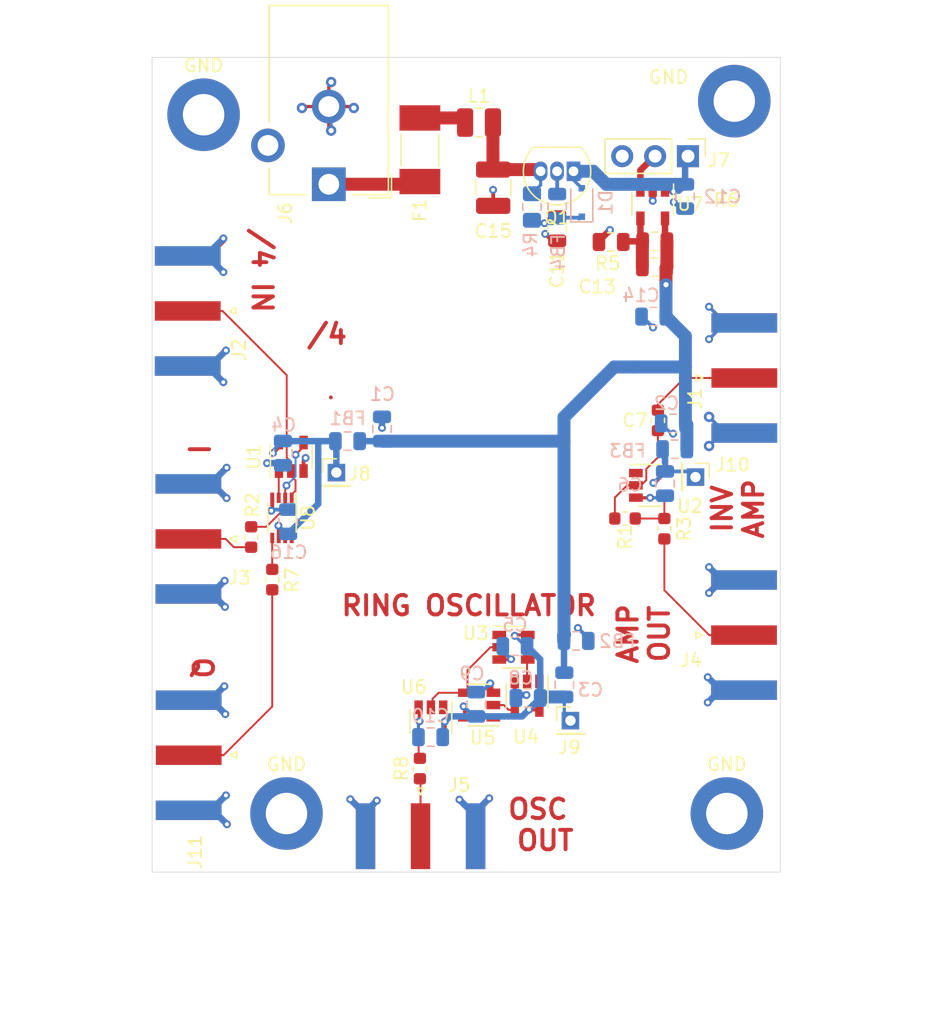
<source format=kicad_pcb>
(kicad_pcb (version 20171130) (host pcbnew "(5.1.5)-3")
  (layers (0 F.Cu signal) (1 L0_1 power hide) (2 L0_2 power hide) (31 B.Cu signal) (34 B.Paste user hide) (35 F.Paste user hide) (36 B.SilkS user) (37 F.SilkS user) (38 B.Mask user hide) (39 F.Mask user hide) (44 Edge.Cuts user))
  (net 0 "")
  (net 1 GND)
  (net 2 VCC)
  (net 3 "Net-(C7-Pad1)")
  (net 4 "Net-(C7-Pad2)")
  (net 5 "Net-(C11-Pad1)")
  (net 6 "Net-(C12-Pad1)")
  (net 7 "Net-(C13-Pad2)")
  (net 8 "Net-(F1-Pad1)")
  (net 9 "Net-(F1-Pad2)")
  (net 10 "Net-(FB4-Pad1)")
  (net 11 "Net-(J3-Pad1)")
  (net 12 "Net-(J4-Pad1)")
  (net 13 "Net-(J5-Pad1)")
  (net 14 "Net-(J7-Pad2)")
  (net 15 "Net-(R2-Pad2)")
  (net 16 "Net-(U3-Pad4)")
  (net 17 "Net-(U4-Pad4)")
  (net 18 "Net-(J2-Pad1)")
  (net 19 "Net-(R7-Pad2)")
  (net 20 "Net-(R8-Pad2)")
  (net 21 "Net-(R1-Pad1)")
  (net 22 "Net-(C15-Pad1)")
  (net 23 "Net-(J11-Pad1)")
  (net 24 "Net-(U3-Pad2)")
  (net 25 "Net-(U1-Pad1)")
  (module MountingHole:MountingHole_3.2mm_M3_DIN965_Pad (layer F.Cu) (at 74.95 23.875)
    (fp_text reference GND (at -5.075 -1.85) (layer F.SilkS))
    (fp_text value MountingHole_3.2mm_M3_DIN965_Pad)
    (pad 1 thru_hole circle (at 0 0) (size 5.599999 5.599999) (drill 3.200001) (layers *.Cu *.Mask))
  )
  (module MountingHole:MountingHole_3.2mm_M3_DIN965_Pad (layer F.Cu) (at 40.375 78.875)
    (fp_text reference GND (at 0 -3.8) (layer F.SilkS))
    (fp_text value MountingHole_3.2mm_M3_DIN965_Pad)
    (pad 1 thru_hole circle (at 0 0) (size 5.599999 5.599999) (drill 3.200001) (layers *.Cu *.Mask) (net 1 GND))
  )
  (module MountingHole:MountingHole_3.2mm_M3_DIN965_Pad (layer F.Cu) (at 74.375 78.875)
    (fp_text reference GND (at 0 -3.8) (layer F.SilkS))
    (fp_text value MountingHole_3.2mm_M3_DIN965_Pad)
    (pad 1 thru_hole circle (at 0 0) (size 5.599999 5.599999) (drill 3.200001) (layers *.Cu *.Mask) (net 1 GND))
  )
  (module MountingHole:MountingHole_3.2mm_M3_DIN965_Pad (layer F.Cu) (at 33.975 24.925)
    (fp_text reference GND (at 0 -3.8) (layer F.SilkS))
    (fp_text value MountingHole_3.2mm_M3_DIN965_Pad)
    (pad 1 thru_hole circle (at 0 0) (size 5.599999 5.599999) (drill 3.200001) (layers *.Cu *.Mask) (net 1 GND))
  )
  (module Connector_Coaxial:SMA_Amphenol_132289_EdgeMount (layer F.Cu) (at 50.725 80.625 270)
    (fp_text reference J5 (at -3.96 -3) (layer F.SilkS))
    (fp_text value Conn_Coaxial)
    (pad 1 smd rect (at 0 0) (size 1.5 5.08) (layers F.Cu F.Paste F.Mask) (net 13 "Net-(J5-Pad1)"))
    (pad 2 smd rect (at 0 -4.25) (size 1.5 5.08) (layers F.Cu F.Paste F.Mask) (net 1 GND))
    (pad 2 smd rect (at 0 4.25) (size 1.5 5.08) (layers F.Cu F.Paste F.Mask) (net 1 GND))
    (pad 2 smd rect (at 0 -4.25) (size 1.5 5.08) (layers B.Cu B.Paste B.Mask) (net 1 GND))
    (pad 2 smd rect (at 0 4.25) (size 1.5 5.08) (layers B.Cu B.Paste B.Mask) (net 1 GND))
  )
  (module Capacitor_SMD:C_0603_1608Metric (layer F.Cu) (at 69.05 48.525 270)
    (fp_text reference C7 (at 0 1.775 180) (layer F.SilkS))
    (fp_text value .1u)
    (pad 2 smd roundrect (at 0.7875 0 270) (size 0.875 0.95) (layers F.Cu F.Paste F.Mask) (net 4 "Net-(C7-Pad2)"))
    (pad 1 smd roundrect (at -0.7875 0 270) (size 0.875 0.95) (layers F.Cu F.Paste F.Mask) (net 3 "Net-(C7-Pad1)"))
  )
  (module Capacitor_SMD:C_0603_1608Metric (layer F.Cu) (at 37.65 57.525 90)
    (fp_text reference R2 (at 2.475 0.1 90) (layer F.SilkS))
    (fp_text value 33)
    (pad 2 smd roundrect (at 0.7875 0 90) (size 0.875 0.95) (layers F.Cu F.Paste F.Mask) (net 15 "Net-(R2-Pad2)"))
    (pad 1 smd roundrect (at -0.7875 0 90) (size 0.875 0.95) (layers F.Cu F.Paste F.Mask) (net 11 "Net-(J3-Pad1)"))
  )
  (module Capacitor_SMD:C_0805_2012Metric (layer B.Cu) (at 40.5 56.35 90)
    (fp_text reference C16 (at -2.35 0.05) (layer B.SilkS) (effects (justify mirror)))
    (fp_text value .1u)
    (pad 2 smd roundrect (at 0.9375 0 90) (size 0.975 1.4) (layers B.Cu B.Paste B.Mask) (net 1 GND))
    (pad 1 smd roundrect (at -0.9375 0 90) (size 0.975 1.4) (layers B.Cu B.Paste B.Mask) (net 2 VCC))
  )
  (module Package_TO_SOT_SMD:SOT-23-5 (layer F.Cu) (at 40.741852 51.332107 90)
    (fp_text reference U1 (at 0 -2.9 90) (layer F.SilkS))
    (fp_text value 74AUC1G79)
    (pad 5 smd rect (at 1.1 -0.95 90) (size 1.06 0.65) (layers F.Cu F.Paste F.Mask) (net 2 VCC))
    (pad 4 smd rect (at 1.1 0.95 90) (size 1.06 0.65) (layers F.Cu F.Paste F.Mask) (net 15 "Net-(R2-Pad2)"))
    (pad 3 smd rect (at -1.1 0.95 90) (size 1.06 0.65) (layers F.Cu F.Paste F.Mask) (net 1 GND))
    (pad 2 smd rect (at -1.1 0 90) (size 1.06 0.65) (layers F.Cu F.Paste F.Mask) (net 18 "Net-(J2-Pad1)"))
    (pad 1 smd rect (at -1.1 -0.95 90) (size 1.06 0.65) (layers F.Cu F.Paste F.Mask) (net 25 "Net-(U1-Pad1)"))
  )
  (module Package_SO:VSSOP-8_2.3x2mm_P0.5mm (layer F.Cu) (at 40.025 56.05 270)
    (fp_text reference U8 (at 0 -2 90) (layer F.SilkS))
    (fp_text value 74AUC1G74)
    (pad 8 smd rect (at 1.55 -0.75 180) (size 0.3 0.8) (layers F.Cu F.Paste F.Mask) (net 2 VCC))
    (pad 7 smd rect (at 1.55 -0.25 180) (size 0.3 0.8) (layers F.Cu F.Paste F.Mask) (net 2 VCC))
    (pad 6 smd rect (at 1.55 0.25 180) (size 0.3 0.8) (layers F.Cu F.Paste F.Mask) (net 2 VCC))
    (pad 5 smd rect (at 1.55 0.75 180) (size 0.3 0.8) (layers F.Cu F.Paste F.Mask) (net 19 "Net-(R7-Pad2)"))
    (pad 4 smd rect (at -1.55 0.75 180) (size 0.3 0.8) (layers F.Cu F.Paste F.Mask) (net 1 GND))
    (pad 3 smd rect (at -1.55 0.25 180) (size 0.3 0.8) (layers F.Cu F.Paste F.Mask) (net 25 "Net-(U1-Pad1)"))
    (pad 2 smd rect (at -1.55 -0.25 180) (size 0.3 0.8) (layers F.Cu F.Paste F.Mask) (net 15 "Net-(R2-Pad2)"))
    (pad 1 smd rect (at -1.55 -0.75 180) (size 0.3 0.8) (layers F.Cu F.Paste F.Mask) (net 18 "Net-(J2-Pad1)"))
  )
  (module Capacitor_SMD:C_0603_1608Metric (layer F.Cu) (at 39.275 60.8125 90)
    (fp_text reference R7 (at -0.0375 1.525 90) (layer F.SilkS))
    (fp_text value 33)
    (pad 2 smd roundrect (at 0.7875 0 90) (size 0.875 0.95) (layers F.Cu F.Paste F.Mask) (net 19 "Net-(R7-Pad2)"))
    (pad 1 smd roundrect (at -0.7875 0 90) (size 0.875 0.95) (layers F.Cu F.Paste F.Mask) (net 23 "Net-(J11-Pad1)"))
  )
  (module Connector_Coaxial:SMA_Amphenol_132289_EdgeMount (layer F.Cu) (at 32.825 74.375 180)
    (fp_text reference J11 (at -0.5 -7.475 90) (layer F.SilkS))
    (fp_text value Conn_Coaxial)
    (pad 1 smd rect (at 0 0 270) (size 1.5 5.08) (layers F.Cu F.Paste F.Mask) (net 23 "Net-(J11-Pad1)"))
    (pad 2 smd rect (at 0 -4.25 270) (size 1.5 5.08) (layers F.Cu F.Paste F.Mask) (net 1 GND))
    (pad 2 smd rect (at 0 4.25 270) (size 1.5 5.08) (layers F.Cu F.Paste F.Mask) (net 1 GND))
    (pad 2 smd rect (at 0 -4.25 270) (size 1.5 5.08) (layers B.Cu B.Paste B.Mask) (net 1 GND))
    (pad 2 smd rect (at 0 4.25 270) (size 1.5 5.08) (layers B.Cu B.Paste B.Mask) (net 1 GND))
  )
  (module Capacitor_SMD:C_0805_2012Metric (layer B.Cu) (at 51.5 72.975 180)
    (fp_text reference C10 (at 0 1.65 180) (layer B.SilkS) (effects (justify mirror)))
    (fp_text value .1uF)
    (pad 2 smd roundrect (at 0.9375 0 180) (size 0.975 1.4) (layers B.Cu B.Paste B.Mask) (net 1 GND))
    (pad 1 smd roundrect (at -0.9375 0 180) (size 0.975 1.4) (layers B.Cu B.Paste B.Mask) (net 2 VCC))
  )
  (module Connector_PinHeader_2.00mm:PinHeader_1x01_P2.00mm_Vertical (layer F.Cu) (at 71.95 52.9 270)
    (fp_text reference J10 (at -0.95 -2.875) (layer F.SilkS))
    (fp_text value Conn_01x01_Male)
    (pad 1 thru_hole rect (at 0 0 270) (size 1.35 1.35) (drill 0.8) (layers *.Cu *.Mask) (net 2 VCC))
  )
  (module Connector_PinHeader_2.00mm:PinHeader_1x01_P2.00mm_Vertical (layer F.Cu) (at 62.3 71.7)
    (fp_text reference J9 (at -0.075 2.075) (layer F.SilkS))
    (fp_text value Conn_01x01_Male)
    (pad 1 thru_hole rect (at 0 0) (size 1.35 1.35) (drill 0.8) (layers *.Cu *.Mask) (net 2 VCC))
  )
  (module Connector_PinHeader_2.00mm:PinHeader_1x01_P2.00mm_Vertical (layer F.Cu) (at 44.225 52.55)
    (fp_text reference J8 (at 1.8 0.1) (layer F.SilkS))
    (fp_text value Conn_01x01_Male)
    (pad 1 thru_hole rect (at 0 0) (size 1.35 1.35) (drill 0.8) (layers *.Cu *.Mask) (net 2 VCC))
  )
  (module Connector_PinHeader_2.54mm:PinHeader_1x03_P2.54mm_Vertical (layer F.Cu) (at 71.375 28.125 270)
    (fp_text reference J7 (at 0.325 -2.375 180) (layer F.SilkS))
    (fp_text value Conn_01x03_Male)
    (pad 3 thru_hole oval (at 0 5.08 270) (size 1.7 1.7) (drill 1) (layers *.Cu *.Mask) (net 1 GND))
    (pad 2 thru_hole oval (at 0 2.54 270) (size 1.7 1.7) (drill 1) (layers *.Cu *.Mask) (net 14 "Net-(J7-Pad2)"))
    (pad 1 thru_hole rect (at 0 0 270) (size 1.7 1.7) (drill 1) (layers *.Cu *.Mask) (net 6 "Net-(C12-Pad1)"))
  )
  (module Package_TO_SOT_SMD:SOT-23-5 (layer F.Cu) (at 55.25 70.5 180)
    (fp_text reference U5 (at -0.275 -2.525) (layer F.SilkS))
    (fp_text value 74AUC1GU04)
    (pad 1 smd rect (at -1.1 -0.95 180) (size 1.06 0.65) (layers F.Cu F.Paste F.Mask))
    (pad 2 smd rect (at -1.1 0 180) (size 1.06 0.65) (layers F.Cu F.Paste F.Mask) (net 17 "Net-(U4-Pad4)"))
    (pad 3 smd rect (at -1.1 0.95 180) (size 1.06 0.65) (layers F.Cu F.Paste F.Mask) (net 1 GND))
    (pad 4 smd rect (at 1.1 0.95 180) (size 1.06 0.65) (layers F.Cu F.Paste F.Mask) (net 24 "Net-(U3-Pad2)"))
    (pad 5 smd rect (at 1.1 -0.95 180) (size 1.06 0.65) (layers F.Cu F.Paste F.Mask) (net 2 VCC))
  )
  (module Package_TO_SOT_SMD:SOT-23-5 (layer F.Cu) (at 51.525 71.775 270)
    (fp_text reference U6 (at -2.67 1.325 180) (layer F.SilkS))
    (fp_text value 74AUC1GU04)
    (pad 1 smd rect (at -1.1 -0.95 270) (size 1.06 0.65) (layers F.Cu F.Paste F.Mask))
    (pad 2 smd rect (at -1.1 0 270) (size 1.06 0.65) (layers F.Cu F.Paste F.Mask) (net 24 "Net-(U3-Pad2)"))
    (pad 3 smd rect (at -1.1 0.95 270) (size 1.06 0.65) (layers F.Cu F.Paste F.Mask) (net 1 GND))
    (pad 4 smd rect (at 1.1 0.95 270) (size 1.06 0.65) (layers F.Cu F.Paste F.Mask) (net 20 "Net-(R8-Pad2)"))
    (pad 5 smd rect (at 1.1 -0.95 270) (size 1.06 0.65) (layers F.Cu F.Paste F.Mask) (net 2 VCC))
  )
  (module Fuse:Fuse_Littelfuse-NANO2-451_453 (layer F.Cu) (at 50.675 27.63 270)
    (fp_text reference F1 (at 4.675 0.01 90 unlocked) (layer F.SilkS))
    (fp_text value Fuse)
    (pad 1 smd rect (at -2.455 0 270) (size 1.96 3.15) (layers F.Cu F.Paste F.Mask) (net 8 "Net-(F1-Pad1)"))
    (pad 2 smd rect (at 2.455 0 270) (size 1.96 3.15) (layers F.Cu F.Paste F.Mask) (net 9 "Net-(F1-Pad2)"))
  )
  (module Capacitor_SMD:C_0603_1608Metric (layer F.Cu) (at 50.675 75.4 90)
    (fp_text reference R8 (at 0 -1.43 90) (layer F.SilkS))
    (fp_text value 33)
    (pad 2 smd roundrect (at 0.7875 0 90) (size 0.875 0.95) (layers F.Cu F.Paste F.Mask) (net 20 "Net-(R8-Pad2)"))
    (pad 1 smd roundrect (at -0.7875 0 90) (size 0.875 0.95) (layers F.Cu F.Paste F.Mask) (net 13 "Net-(J5-Pad1)"))
  )
  (module Inductor_SMD:L_1008_2520Metric (layer F.Cu) (at 55.24 25.53)
    (fp_text reference L1 (at 0 -2.05) (layer F.SilkS))
    (fp_text value L)
    (pad 2 smd roundrect (at 1.075 0) (size 1.25 2.2) (layers F.Cu F.Paste F.Mask) (roundrect_rratio 0.2) (net 22 "Net-(C15-Pad1)"))
    (pad 1 smd roundrect (at -1.075 0) (size 1.25 2.2) (layers F.Cu F.Paste F.Mask) (roundrect_rratio 0.2) (net 8 "Net-(F1-Pad1)"))
  )
  (module Capacitor_SMD:C_1210_3225Metric (layer F.Cu) (at 56.335 30.560001 270)
    (fp_text reference C15 (at 3.339999 0.01 180) (layer F.SilkS))
    (fp_text value 22uF)
    (pad 2 smd roundrect (at 1.4 0 270) (size 1.25 2.65) (layers F.Cu F.Paste F.Mask) (roundrect_rratio 0.2) (net 1 GND))
    (pad 1 smd roundrect (at -1.4 0 270) (size 1.25 2.65) (layers F.Cu F.Paste F.Mask) (roundrect_rratio 0.2) (net 22 "Net-(C15-Pad1)"))
  )
  (module Capacitor_SMD:C_0603_1608Metric (layer F.Cu) (at 69.55 56.8875 90)
    (fp_text reference R3 (at -0.0125 1.525 90) (layer F.SilkS))
    (fp_text value 33)
    (pad 2 smd roundrect (at 0.7875 0 90) (size 0.875 0.95) (layers F.Cu F.Paste F.Mask) (net 21 "Net-(R1-Pad1)"))
    (pad 1 smd roundrect (at -0.7875 0 90) (size 0.875 0.95) (layers F.Cu F.Paste F.Mask) (net 12 "Net-(J4-Pad1)"))
  )
  (module Capacitor_SMD:C_0603_1608Metric (layer F.Cu) (at 66.5125 56.1 180)
    (fp_text reference R1 (at 0 -1.43 270) (layer F.SilkS))
    (fp_text value 10M)
    (pad 2 smd roundrect (at 0.7875 0 180) (size 0.875 0.95) (layers F.Cu F.Paste F.Mask) (net 4 "Net-(C7-Pad2)"))
    (pad 1 smd roundrect (at -0.7875 0 180) (size 0.875 0.95) (layers F.Cu F.Paste F.Mask) (net 21 "Net-(R1-Pad1)"))
  )
  (module Connector_Coaxial:SMA_Amphenol_132289_EdgeMount (layer F.Cu) (at 32.75 40.075 180)
    (fp_text reference J2 (at -3.96 -3 90) (layer F.SilkS))
    (fp_text value Conn_Coaxial)
    (pad 1 smd rect (at 0 0 270) (size 1.5 5.08) (layers F.Cu F.Paste F.Mask) (net 18 "Net-(J2-Pad1)"))
    (pad 2 smd rect (at 0 -4.25 270) (size 1.5 5.08) (layers F.Cu F.Paste F.Mask) (net 1 GND))
    (pad 2 smd rect (at 0 4.25 270) (size 1.5 5.08) (layers F.Cu F.Paste F.Mask) (net 1 GND))
    (pad 2 smd rect (at 0 -4.25 270) (size 1.5 5.08) (layers B.Cu B.Paste B.Mask) (net 1 GND))
    (pad 2 smd rect (at 0 4.25 270) (size 1.5 5.08) (layers B.Cu B.Paste B.Mask) (net 1 GND))
  )
  (module Diode_SMD:D_SOD-323F (layer B.Cu) (at 63.175 31.7 90)
    (fp_text reference D1 (at 0 1.85 270) (layer B.SilkS) (effects (justify mirror)))
    (fp_text value 1N4148)
    (pad 2 smd rect (at 1.1 0 90) (size 0.5 0.5) (layers B.Cu B.Paste B.Mask) (net 6 "Net-(C12-Pad1)"))
    (pad 1 smd rect (at -1.1 0 90) (size 0.5 0.5) (layers B.Cu B.Paste B.Mask) (net 5 "Net-(C11-Pad1)"))
  )
  (module Connector_Coaxial:SMA_Amphenol_132289_EdgeMount (layer F.Cu) (at 75.7 65.1)
    (fp_text reference J4 (at -4.1 1.95 180) (layer F.SilkS))
    (fp_text value Conn_Coaxial)
    (pad 2 smd rect (at 0 4.25 90) (size 1.5 5.08) (layers B.Cu B.Paste B.Mask) (net 1 GND))
    (pad 2 smd rect (at 0 -4.25 90) (size 1.5 5.08) (layers B.Cu B.Paste B.Mask) (net 1 GND))
    (pad 2 smd rect (at 0 4.25 90) (size 1.5 5.08) (layers F.Cu F.Paste F.Mask) (net 1 GND))
    (pad 2 smd rect (at 0 -4.25 90) (size 1.5 5.08) (layers F.Cu F.Paste F.Mask) (net 1 GND))
    (pad 1 smd rect (at 0 0 90) (size 1.5 5.08) (layers F.Cu F.Paste F.Mask) (net 12 "Net-(J4-Pad1)"))
  )
  (module Resistor_SMD:R_0805_2012Metric (layer B.Cu) (at 71.15 31.2375 270)
    (fp_text reference C12 (at 0.0125 -2.9) (layer B.SilkS) (effects (justify mirror)))
    (fp_text value 1uF)
    (pad 1 smd roundrect (at -0.9375 0 270) (size 0.975 1.4) (layers B.Cu B.Paste B.Mask) (net 6 "Net-(C12-Pad1)"))
    (pad 2 smd roundrect (at 0.9375 0 270) (size 0.975 1.4) (layers B.Cu B.Paste B.Mask) (net 1 GND))
  )
  (module Package_TO_SOT_SMD:SOT-23-5 (layer F.Cu) (at 57.901827 66.036066)
    (fp_text reference U3 (at -2.926827 -1.061066) (layer F.SilkS))
    (fp_text value 74AUC1GU04)
    (pad 5 smd rect (at 1.1 -0.95) (size 1.06 0.65) (layers F.Cu F.Paste F.Mask) (net 2 VCC))
    (pad 4 smd rect (at 1.1 0.95) (size 1.06 0.65) (layers F.Cu F.Paste F.Mask) (net 16 "Net-(U3-Pad4)"))
    (pad 3 smd rect (at -1.1 0.95) (size 1.06 0.65) (layers F.Cu F.Paste F.Mask) (net 1 GND))
    (pad 2 smd rect (at -1.1 0) (size 1.06 0.65) (layers F.Cu F.Paste F.Mask) (net 24 "Net-(U3-Pad2)"))
    (pad 1 smd rect (at -1.1 -0.95) (size 1.06 0.65) (layers F.Cu F.Paste F.Mask))
  )
  (module Package_TO_SOT_SMD:SOT-23-5 (layer F.Cu) (at 68.65 31.825 270)
    (fp_text reference U7 (at 0 -2.9 180) (layer F.SilkS))
    (fp_text value AP2127K-ADJ)
    (pad 5 smd rect (at 1.1 -0.95 270) (size 1.06 0.65) (layers F.Cu F.Paste F.Mask) (net 2 VCC))
    (pad 4 smd rect (at 1.1 0.95 270) (size 1.06 0.65) (layers F.Cu F.Paste F.Mask) (net 7 "Net-(C13-Pad2)"))
    (pad 3 smd rect (at -1.1 0.95 270) (size 1.06 0.65) (layers F.Cu F.Paste F.Mask) (net 14 "Net-(J7-Pad2)"))
    (pad 2 smd rect (at -1.1 0 270) (size 1.06 0.65) (layers F.Cu F.Paste F.Mask) (net 1 GND))
    (pad 1 smd rect (at -1.1 -0.95 270) (size 1.06 0.65) (layers F.Cu F.Paste F.Mask) (net 6 "Net-(C12-Pad1)"))
  )
  (module Connector_Coaxial:SMA_Amphenol_132289_EdgeMount (layer F.Cu) (at 32.8 57.675 180)
    (fp_text reference J3 (at -3.96 -3 180) (layer F.SilkS))
    (fp_text value Conn_Coaxial)
    (pad 2 smd rect (at 0 4.25 270) (size 1.5 5.08) (layers B.Cu B.Paste B.Mask) (net 1 GND))
    (pad 2 smd rect (at 0 -4.25 270) (size 1.5 5.08) (layers B.Cu B.Paste B.Mask) (net 1 GND))
    (pad 2 smd rect (at 0 4.25 270) (size 1.5 5.08) (layers F.Cu F.Paste F.Mask) (net 1 GND))
    (pad 2 smd rect (at 0 -4.25 270) (size 1.5 5.08) (layers F.Cu F.Paste F.Mask) (net 1 GND))
    (pad 1 smd rect (at 0 0 270) (size 1.5 5.08) (layers F.Cu F.Paste F.Mask) (net 11 "Net-(J3-Pad1)"))
  )
  (module Capacitor_SMD:C_0805_2012Metric (layer B.Cu) (at 47.75 49.1875 90)
    (fp_text reference C1 (at 2.6875 0.025) (layer B.SilkS) (effects (justify mirror)))
    (fp_text value .1u)
    (pad 2 smd roundrect (at 0.9375 0 90) (size 0.975 1.4) (layers B.Cu B.Paste B.Mask) (net 1 GND))
    (pad 1 smd roundrect (at -0.9375 0 90) (size 0.975 1.4) (layers B.Cu B.Paste B.Mask) (net 2 VCC))
  )
  (module Capacitor_SMD:C_0805_2012Metric (layer B.Cu) (at 70.2375 48.75 180)
    (fp_text reference C2 (at 0.5125 1.55 180) (layer B.SilkS) (effects (justify mirror)))
    (fp_text value .1u)
    (pad 2 smd roundrect (at 0.9375 0 180) (size 0.975 1.4) (layers B.Cu B.Paste B.Mask) (net 1 GND))
    (pad 1 smd roundrect (at -0.9375 0 180) (size 0.975 1.4) (layers B.Cu B.Paste B.Mask) (net 2 VCC))
  )
  (module Capacitor_SMD:C_0805_2012Metric (layer B.Cu) (at 62.7375 65.55)
    (fp_text reference C3 (at 1.1125 3.775) (layer B.SilkS) (effects (justify mirror)))
    (fp_text value .1uF)
    (pad 2 smd roundrect (at 0.9375 0) (size 0.975 1.4) (layers B.Cu B.Paste B.Mask) (net 1 GND))
    (pad 1 smd roundrect (at -0.9375 0) (size 0.975 1.4) (layers B.Cu B.Paste B.Mask) (net 2 VCC))
  )
  (module Capacitor_SMD:C_0805_2012Metric (layer B.Cu) (at 40.1 51.05 270)
    (fp_text reference C4 (at -2.175 -0.05) (layer B.SilkS) (effects (justify mirror)))
    (fp_text value .1u)
    (pad 2 smd roundrect (at 0.9375 0 270) (size 0.975 1.4) (layers B.Cu B.Paste B.Mask) (net 1 GND))
    (pad 1 smd roundrect (at -0.9375 0 270) (size 0.975 1.4) (layers B.Cu B.Paste B.Mask) (net 2 VCC))
  )
  (module Capacitor_SMD:C_0805_2012Metric (layer B.Cu) (at 58.011827 65.956066 180)
    (fp_text reference C5 (at 0 1.65 180) (layer B.SilkS) (effects (justify mirror)))
    (fp_text value .1uF)
    (pad 1 smd roundrect (at -0.9375 0 180) (size 0.975 1.4) (layers B.Cu B.Paste B.Mask) (net 2 VCC))
    (pad 2 smd roundrect (at 0.9375 0 180) (size 0.975 1.4) (layers B.Cu B.Paste B.Mask) (net 1 GND))
  )
  (module Capacitor_SMD:C_0805_2012Metric (layer B.Cu) (at 69.6 53.4 270)
    (fp_text reference C6 (at 0.1 2.7 180) (layer B.SilkS) (effects (justify mirror)))
    (fp_text value .1u)
    (pad 2 smd roundrect (at 0.9375 0 270) (size 0.975 1.4) (layers B.Cu B.Paste B.Mask) (net 1 GND))
    (pad 1 smd roundrect (at -0.9375 0 270) (size 0.975 1.4) (layers B.Cu B.Paste B.Mask) (net 2 VCC))
  )
  (module Capacitor_SMD:C_0805_2012Metric (layer B.Cu) (at 59.024327 69.95 180)
    (fp_text reference C8 (at 0.549327 1.55 180) (layer B.SilkS) (effects (justify mirror)))
    (fp_text value .1uF)
    (pad 1 smd roundrect (at -0.9375 0 180) (size 0.975 1.4) (layers B.Cu B.Paste B.Mask) (net 2 VCC))
    (pad 2 smd roundrect (at 0.9375 0 180) (size 0.975 1.4) (layers B.Cu B.Paste B.Mask) (net 1 GND))
  )
  (module Capacitor_SMD:C_0805_2012Metric (layer B.Cu) (at 55.025 70.4375 90)
    (fp_text reference C9 (at 2.3625 -0.325) (layer B.SilkS) (effects (justify mirror)))
    (fp_text value .1uF)
    (pad 2 smd roundrect (at 0.9375 0 90) (size 0.975 1.4) (layers B.Cu B.Paste B.Mask) (net 1 GND))
    (pad 1 smd roundrect (at -0.9375 0 90) (size 0.975 1.4) (layers B.Cu B.Paste B.Mask) (net 2 VCC))
  )
  (module Capacitor_SMD:C_0805_2012Metric (layer F.Cu) (at 61.275 33.725 270)
    (fp_text reference C11 (at 3.15 0.025 270) (layer F.SilkS))
    (fp_text value 1.5uF)
    (pad 1 smd roundrect (at -0.9375 0 270) (size 0.975 1.4) (layers F.Cu F.Paste F.Mask) (net 5 "Net-(C11-Pad1)"))
    (pad 2 smd roundrect (at 0.9375 0 270) (size 0.975 1.4) (layers F.Cu F.Paste F.Mask) (net 1 GND))
  )
  (module Resistor_SMD:R_0805_2012Metric (layer F.Cu) (at 68.7875 36.7 180)
    (fp_text reference C13 (at 4.4125 -1.5) (layer F.SilkS))
    (fp_text value 1nF)
    (pad 2 smd roundrect (at 0.9375 0 180) (size 0.975 1.4) (layers F.Cu F.Paste F.Mask) (net 7 "Net-(C13-Pad2)"))
    (pad 1 smd roundrect (at -0.9375 0 180) (size 0.975 1.4) (layers F.Cu F.Paste F.Mask) (net 2 VCC))
  )
  (module Capacitor_SMD:C_0805_2012Metric (layer B.Cu) (at 68.725 40.51 180)
    (fp_text reference C14 (at 0.975 1.635) (layer B.SilkS) (effects (justify mirror)))
    (fp_text value 4.7uF)
    (pad 1 smd roundrect (at -0.9375 0 180) (size 0.975 1.4) (layers B.Cu B.Paste B.Mask) (net 2 VCC))
    (pad 2 smd roundrect (at 0.9375 0 180) (size 0.975 1.4) (layers B.Cu B.Paste B.Mask) (net 1 GND))
  )
  (module Inductor_SMD:L_0805_2012Metric (layer B.Cu) (at 45.0875 50.125)
    (fp_text reference FB1 (at 0 -1.75) (layer B.SilkS) (effects (justify mirror)))
    (fp_text value Ferrite_Bead)
    (pad 2 smd roundrect (at 0.9375 0) (size 0.975 1.4) (layers B.Cu B.Paste B.Mask) (net 2 VCC))
    (pad 1 smd roundrect (at -0.9375 0) (size 0.975 1.4) (layers B.Cu B.Paste B.Mask) (net 2 VCC))
  )
  (module Inductor_SMD:L_0805_2012Metric (layer B.Cu) (at 61.825 68.9375 270)
    (fp_text reference FB2 (at -3.3625 -4.1 180) (layer B.SilkS) (effects (justify mirror)))
    (fp_text value Ferrite_Bead)
    (pad 1 smd roundrect (at -0.9375 0 270) (size 0.975 1.4) (layers B.Cu B.Paste B.Mask) (net 2 VCC))
    (pad 2 smd roundrect (at 0.9375 0 270) (size 0.975 1.4) (layers B.Cu B.Paste B.Mask) (net 2 VCC))
  )
  (module Inductor_SMD:L_0805_2012Metric (layer B.Cu) (at 70.35 50.75 180)
    (fp_text reference FB3 (at 3.65 -0.125) (layer B.SilkS) (effects (justify mirror)))
    (fp_text value Ferrite_Bead)
    (pad 2 smd roundrect (at 0.9375 0 180) (size 0.975 1.4) (layers B.Cu B.Paste B.Mask) (net 2 VCC))
    (pad 1 smd roundrect (at -0.9375 0 180) (size 0.975 1.4) (layers B.Cu B.Paste B.Mask) (net 2 VCC))
  )
  (module Capacitor_SMD:C_0805_2012Metric (layer B.Cu) (at 61.275 31.9875 270)
    (fp_text reference FB4 (at 3.5375 -0.075 90) (layer B.SilkS) (effects (justify mirror)))
    (fp_text value Ferrite_Bead)
    (pad 2 smd roundrect (at 0.9375 0 270) (size 0.975 1.4) (layers B.Cu B.Paste B.Mask) (net 5 "Net-(C11-Pad1)"))
    (pad 1 smd roundrect (at -0.9375 0 270) (size 0.975 1.4) (layers B.Cu B.Paste B.Mask) (net 10 "Net-(FB4-Pad1)"))
  )
  (module Connector_Coaxial:SMA_Amphenol_132289_EdgeMount (layer F.Cu) (at 75.725 45.25)
    (fp_text reference J1 (at -3.8 1.575 90) (layer F.SilkS))
    (fp_text value Conn_Coaxial)
    (pad 1 smd rect (at 0 0 90) (size 1.5 5.08) (layers F.Cu F.Paste F.Mask) (net 3 "Net-(C7-Pad1)"))
    (pad 2 smd rect (at 0 -4.25 90) (size 1.5 5.08) (layers F.Cu F.Paste F.Mask) (net 1 GND))
    (pad 2 smd rect (at 0 4.25 90) (size 1.5 5.08) (layers F.Cu F.Paste F.Mask) (net 1 GND))
    (pad 2 smd rect (at 0 -4.25 90) (size 1.5 5.08) (layers B.Cu B.Paste B.Mask) (net 1 GND))
    (pad 2 smd rect (at 0 4.25 90) (size 1.5 5.08) (layers B.Cu B.Paste B.Mask) (net 1 GND))
  )
  (module Connector_BarrelJack:BarrelJack_CUI_PJ-102AH_Horizontal (layer F.Cu) (at 43.642004 30.293122 180)
    (fp_text reference J6 (at 3.367004 -2.231878 90) (layer F.SilkS))
    (fp_text value Barrel_Jack)
    (pad 3 thru_hole circle (at 4.7 3 180) (size 2.6 2.6) (drill 1.6) (layers *.Cu *.Mask))
    (pad 2 thru_hole circle (at 0 6 180) (size 2.6 2.6) (drill 1.6) (layers *.Cu *.Mask) (net 1 GND))
    (pad 1 thru_hole rect (at 0 0 180) (size 2.6 2.6) (drill 1.6) (layers *.Cu *.Mask) (net 9 "Net-(F1-Pad2)"))
  )
  (module Package_TO_SOT_THT:TO-92_Inline (layer F.Cu) (at 62.535 29.29 180)
    (fp_text reference Q1 (at 1.27 -3.56) (layer F.SilkS))
    (fp_text value 2N3904)
    (pad 2 thru_hole oval (at 1.27 0 180) (size 1.05 1.5) (drill 0.75) (layers *.Cu *.Mask) (net 10 "Net-(FB4-Pad1)"))
    (pad 3 thru_hole oval (at 2.54 0 180) (size 1.05 1.5) (drill 0.75) (layers *.Cu *.Mask) (net 22 "Net-(C15-Pad1)"))
    (pad 1 thru_hole rect (at 0 0 180) (size 1.05 1.5) (drill 0.75) (layers *.Cu *.Mask) (net 6 "Net-(C12-Pad1)"))
  )
  (module Resistor_SMD:R_0805_2012Metric_Pad1.15x1.40mm_HandSolder (layer B.Cu) (at 59.325 32.05 90)
    (fp_text reference R4 (at -2.9 -0.1 90) (layer B.SilkS) (effects (justify mirror)))
    (fp_text value 1k)
    (pad 1 smd roundrect (at -1.025 0 90) (size 1.15 1.4) (layers B.Cu B.Paste B.Mask) (roundrect_rratio 0.217391) (net 5 "Net-(C11-Pad1)"))
    (pad 2 smd roundrect (at 1.025 0 90) (size 1.15 1.4) (layers B.Cu B.Paste B.Mask) (roundrect_rratio 0.217391) (net 22 "Net-(C15-Pad1)"))
  )
  (module Resistor_SMD:R_0805_2012Metric (layer F.Cu) (at 65.4375 34.75)
    (fp_text reference R5 (at -0.25 1.65) (layer F.SilkS))
    (fp_text value 18k)
    (pad 1 smd roundrect (at -0.9375 0) (size 0.975 1.4) (layers F.Cu F.Paste F.Mask) (net 1 GND))
    (pad 2 smd roundrect (at 0.9375 0) (size 0.975 1.4) (layers F.Cu F.Paste F.Mask) (net 7 "Net-(C13-Pad2)"))
  )
  (module Resistor_SMD:R_0805_2012Metric (layer F.Cu) (at 68.81 34.7)
    (fp_text reference R6 (at 5.54 -3.2) (layer F.SilkS))
    (fp_text value 22.5k)
    (pad 1 smd roundrect (at -0.9375 0) (size 0.975 1.4) (layers F.Cu F.Paste F.Mask) (net 7 "Net-(C13-Pad2)"))
    (pad 2 smd roundrect (at 0.9375 0) (size 0.975 1.4) (layers F.Cu F.Paste F.Mask) (net 2 VCC))
  )
  (module Package_TO_SOT_SMD:SOT-23-5 (layer F.Cu) (at 68.450659 53.537108)
    (fp_text reference U2 (at 3.074341 1.612892) (layer F.SilkS))
    (fp_text value 74AUC1GU04)
    (pad 5 smd rect (at 1.1 -0.95) (size 1.06 0.65) (layers F.Cu F.Paste F.Mask) (net 2 VCC))
    (pad 4 smd rect (at 1.1 0.95) (size 1.06 0.65) (layers F.Cu F.Paste F.Mask) (net 21 "Net-(R1-Pad1)"))
    (pad 3 smd rect (at -1.1 0.95) (size 1.06 0.65) (layers F.Cu F.Paste F.Mask) (net 1 GND))
    (pad 2 smd rect (at -1.1 0) (size 1.06 0.65) (layers F.Cu F.Paste F.Mask) (net 4 "Net-(C7-Pad2)"))
    (pad 1 smd rect (at -1.1 -0.95) (size 1.06 0.65) (layers F.Cu F.Paste F.Mask))
  )
  (module Package_TO_SOT_SMD:SOT-23-5 (layer F.Cu) (at 58.95 69.775 270)
    (fp_text reference U4 (at 3.175 0.075 180) (layer F.SilkS))
    (fp_text value 74AUC1GU04)
    (pad 1 smd rect (at -1.1 -0.95 270) (size 1.06 0.65) (layers F.Cu F.Paste F.Mask))
    (pad 2 smd rect (at -1.1 0 270) (size 1.06 0.65) (layers F.Cu F.Paste F.Mask) (net 16 "Net-(U3-Pad4)"))
    (pad 3 smd rect (at -1.1 0.95 270) (size 1.06 0.65) (layers F.Cu F.Paste F.Mask) (net 1 GND))
    (pad 4 smd rect (at 1.1 0.95 270) (size 1.06 0.65) (layers F.Cu F.Paste F.Mask) (net 17 "Net-(U4-Pad4)"))
    (pad 5 smd rect (at 1.1 -0.95 270) (size 1.06 0.65) (layers F.Cu F.Paste F.Mask) (net 2 VCC))
  )
  (gr_text Q (at 33.875 67.625 270) (layer F.Cu) (effects (font (size 1.5 1.5) (thickness 0.3))))
  (gr_text "/4 IN" (at 38.5 36.95 270) (layer F.Cu) (effects (font (size 1.5 1.5) (thickness 0.3))))
  (gr_text I (at 33.575 50.75 270) (layer F.Cu) (effects (font (size 1.5 1.5) (thickness 0.3))))
  (gr_text "OSC \nOUT" (at 60.35 79.75) (layer F.Cu) (effects (font (size 1.5 1.5) (thickness 0.3))))
  (gr_text "AMP\nOUT" (at 67.95 65 90) (layer F.Cu) (effects (font (size 1.5 1.5) (thickness 0.3))))
  (gr_text "INV\nAMP" (at 75.225 55.35 90) (layer F.Cu) (effects (font (size 1.5 1.5) (thickness 0.3))))
  (gr_text /4 (at 43.5 41.875) (layer F.Cu) (effects (font (size 1.5 1.5) (thickness 0.3))))
  (gr_text "RING OSCILLATOR" (at 54.45 62.825) (layer F.Cu) (effects (font (size 1.5 1.5) (thickness 0.3))))
  (gr_line (start 78.5 83.4) (end 78.5 20.5) (layer Edge.Cuts) (width 0.05))
  (gr_line (start 30 83.4) (end 78.5 83.4) (layer Edge.Cuts) (width 0.05))
  (gr_line (start 30 20.5) (end 30 83.4) (layer Edge.Cuts) (width 0.05))
  (gr_line (start 30 20.5) (end 78.5 20.5) (layer Edge.Cuts) (width 0.05))
  (via (at 47.35 77.875) (size 0.6096) (drill 0.3048) (layers F.Cu B.Cu) (net 1))
  (via (at 45.3 77.775) (size 0.6096) (drill 0.3048) (layers F.Cu B.Cu) (net 1))
  (via (at 39.75 56.65) (size 0.6096) (drill 0.3048) (layers F.Cu B.Cu) (net 2))
  (via (at 38.875 51.825) (size 0.6096) (drill 0.3048) (layers F.Cu B.Cu) (net 1))
  (via (at 41.075 51.175) (size 0.6096) (drill 0.3048) (layers F.Cu B.Cu) (net 15))
  (via (at 40.375 53.55) (size 0.6096) (drill 0.3048) (layers F.Cu B.Cu) (net 15))
  (via (at 39.325 51.05) (size 0.6096) (drill 0.3048) (layers F.Cu B.Cu) (net 2))
  (via (at 41.85 51.425) (size 0.6096) (drill 0.3048) (layers F.Cu B.Cu) (net 1))
  (via (at 35.7 77.475) (size 0.6096) (drill 0.3048) (layers F.Cu B.Cu) (net 1))
  (via (at 35.775 79.7) (size 0.6096) (drill 0.3048) (layers F.Cu B.Cu) (net 1))
  (via (at 70.275 31.675) (size 0.6096) (drill 0.3048) (layers F.Cu B.Cu) (net 1))
  (via (at 70.225 49.55) (size 0.6096) (drill 0.3048) (layers F.Cu B.Cu) (net 1))
  (via (at 35.7 43.125) (size 0.6096) (drill 0.3048) (layers F.Cu B.Cu) (net 1))
  (via (at 35.6 60.9) (size 0.6096) (drill 0.3048) (layers F.Cu B.Cu) (net 1))
  (via (at 53.725 77.8) (size 0.6096) (drill 0.3048) (layers F.Cu B.Cu) (net 1))
  (via (at 56.025 77.7) (size 0.6096) (drill 0.3048) (layers F.Cu B.Cu) (net 1))
  (via (at 35.5 37.075) (size 0.6096) (drill 0.3048) (layers F.Cu B.Cu) (net 1))
  (via (at 35.75 54.525) (size 0.6096) (drill 0.3048) (layers F.Cu B.Cu) (net 1))
  (via (at 47.75 49.1) (size 0.6096) (drill 0.3048) (layers F.Cu B.Cu) (net 1))
  (via (at 56.325 30.725) (size 0.6096) (drill 0.3048) (layers F.Cu B.Cu) (net 1))
  (via (at 65.35 33.825) (size 0.6096) (drill 0.3048) (layers F.Cu B.Cu) (net 1))
  (via (at 73 61.85) (size 0.6096) (drill 0.3048) (layers F.Cu B.Cu) (net 1))
  (via (at 68.45 54.5) (size 0.6096) (drill 0.3048) (layers F.Cu B.Cu) (net 1))
  (via (at 72.9 68.35) (size 0.6096) (drill 0.3048) (layers F.Cu B.Cu) (net 1))
  (via (at 73 48.25) (size 0.8) (drill 0.4) (layers F.Cu B.Cu) (net 1))
  (via (at 73 50.5) (size 0.8) (drill 0.4) (layers F.Cu B.Cu) (net 1))
  (via (at 73 42.25) (size 0.6096) (drill 0.3048) (layers F.Cu B.Cu) (net 1))
  (via (at 73 39.75) (size 0.6096) (drill 0.3048) (layers F.Cu B.Cu) (net 1))
  (via (at 68.675 41.35) (size 0.6096) (drill 0.3048) (layers F.Cu B.Cu) (net 1))
  (via (at 45.572004 24.403122) (size 0.8) (drill 0.4) (layers F.Cu B.Cu) (net 1))
  (via (at 43.822003 26.153123) (size 0.8) (drill 0.4) (layers F.Cu B.Cu) (net 1))
  (via (at 43.822003 22.403122) (size 0.8) (drill 0.4) (layers F.Cu B.Cu) (net 1))
  (via (at 58.9 69.725) (size 0.6096) (drill 0.3048) (layers F.Cu B.Cu) (net 1))
  (via (at 35.625 62.925) (size 0.6096) (drill 0.3048) (layers F.Cu B.Cu) (net 1))
  (via (at 35.75 52.175) (size 0.6096) (drill 0.3048) (layers F.Cu B.Cu) (net 1))
  (via (at 35.5 45.575) (size 0.6096) (drill 0.3048) (layers F.Cu B.Cu) (net 1))
  (via (at 35.5 34.475) (size 0.6096) (drill 0.3048) (layers F.Cu B.Cu) (net 1))
  (via (at 72.9 70.3) (size 0.6096) (drill 0.3048) (layers F.Cu B.Cu) (net 1))
  (via (at 62.875 64.55) (size 0.6096) (drill 0.3048) (layers F.Cu B.Cu) (net 1))
  (via (at 73 59.85) (size 0.6096) (drill 0.3048) (layers F.Cu B.Cu) (net 1))
  (via (at 68.65 31.575) (size 0.6096) (drill 0.3048) (layers F.Cu B.Cu) (net 1))
  (via (at 50.65 71.75) (size 0.6096) (drill 0.3048) (layers F.Cu B.Cu) (net 1))
  (via (at 57.711827 66.956066) (size 0.6096) (drill 0.3048) (layers F.Cu B.Cu) (net 1))
  (segment (start 57.074328 65.956066) (end 57.074327 66.418566) (width 0.25) (layer B.Cu) (net 1))
  (segment (start 55.025 69.5) (end 55.35 69.5) (width 0.25) (layer B.Cu) (net 1))
  (via (at 41.572004 24.403124) (size 0.8) (drill 0.4) (layers F.Cu B.Cu) (net 1))
  (segment (start 43.252002 23.903122) (end 43.642004 24.293123) (width 0.25) (layer F.Cu) (net 1))
  (via (at 56.1 68.825) (size 0.6096) (drill 0.3048) (layers F.Cu B.Cu) (net 1))
  (segment (start 56.831827 66.956066) (end 56.801827 66.986066) (width 0.25) (layer F.Cu) (net 1))
  (segment (start 57.074328 65.956066) (end 57.074327 66.268566) (width 0.25) (layer B.Cu) (net 1))
  (segment (start 43.822003 26.153123) (end 43.822003 25.653122) (width 0.25) (layer B.Cu) (net 1))
  (segment (start 43.642004 25.973121) (end 43.822003 26.153123) (width 0.25) (layer F.Cu) (net 1))
  (segment (start 43.642004 24.293123) (end 43.642004 25.973121) (width 0.25) (layer F.Cu) (net 1))
  (segment (start 45.462005 24.293123) (end 45.572004 24.403122) (width 0.25) (layer F.Cu) (net 1))
  (segment (start 43.642004 24.293123) (end 45.462005 24.293123) (width 0.25) (layer F.Cu) (net 1))
  (segment (start 43.642004 22.583121) (end 43.822003 22.403122) (width 0.25) (layer F.Cu) (net 1))
  (segment (start 43.642004 24.293123) (end 43.642004 22.583121) (width 0.25) (layer F.Cu) (net 1))
  (segment (start 41.682005 24.293123) (end 41.572004 24.403124) (width 0.25) (layer F.Cu) (net 1))
  (segment (start 43.642004 24.293123) (end 41.682005 24.293123) (width 0.25) (layer F.Cu) (net 1))
  (segment (start 74.25 49.5) (end 73 48.25) (width 0.25) (layer B.Cu) (net 1))
  (segment (start 76 49.5) (end 74.25 49.5) (width 0.25) (layer B.Cu) (net 1))
  (segment (start 74 49.5) (end 76 49.5) (width 0.25) (layer B.Cu) (net 1))
  (segment (start 73 50.5) (end 74 49.5) (width 0.25) (layer B.Cu) (net 1))
  (segment (start 74.25 41) (end 76 41) (width 0.25) (layer B.Cu) (net 1))
  (segment (start 73 42.25) (end 74.25 41) (width 0.25) (layer B.Cu) (net 1))
  (segment (start 74.25 41) (end 73 39.75) (width 0.25) (layer B.Cu) (net 1))
  (segment (start 76 49.5) (end 74.5 49.5) (width 0.25) (layer F.Cu) (net 1))
  (segment (start 74.25 49.5) (end 73 48.25) (width 0.25) (layer F.Cu) (net 1))
  (segment (start 74.5 49.5) (end 74.25 49.5) (width 0.25) (layer F.Cu) (net 1))
  (segment (start 76 41) (end 74.2 41) (width 0.25) (layer F.Cu) (net 1))
  (segment (start 74.2 41.05) (end 73 42.25) (width 0.25) (layer F.Cu) (net 1))
  (segment (start 74.2 41) (end 74.2 41.05) (width 0.25) (layer F.Cu) (net 1))
  (segment (start 74.2 40.95) (end 73 39.75) (width 0.25) (layer F.Cu) (net 1))
  (segment (start 74.2 41) (end 74.2 40.95) (width 0.25) (layer F.Cu) (net 1))
  (segment (start 32.75 35.825) (end 34.45 35.825) (width 0.25) (layer F.Cu) (net 1))
  (segment (start 34.45 35.625) (end 35.5 34.575) (width 0.25) (layer F.Cu) (net 1))
  (segment (start 34.45 35.825) (end 34.45 35.625) (width 0.25) (layer F.Cu) (net 1))
  (segment (start 73.9 69.35) (end 73.7 69.35) (width 0.25) (layer F.Cu) (net 1))
  (segment (start 75.7 60.85) (end 74 60.85) (width 0.25) (layer F.Cu) (net 1))
  (segment (start 34.750002 61.925) (end 32.94 61.925) (width 0.25) (layer F.Cu) (net 1))
  (segment (start 67.363551 54.5) (end 67.350659 54.487108) (width 0.25) (layer F.Cu) (net 1))
  (segment (start 68.45 54.5) (end 67.363551 54.5) (width 0.25) (layer F.Cu) (net 1))
  (segment (start 69.4375 54.5) (end 69.6 54.3375) (width 0.25) (layer B.Cu) (net 1))
  (segment (start 68.45 54.5) (end 69.4375 54.5) (width 0.25) (layer B.Cu) (net 1))
  (segment (start 73 59.85) (end 73 60.05) (width 0.25) (layer F.Cu) (net 1))
  (segment (start 73 60.05) (end 73.8 60.85) (width 0.25) (layer F.Cu) (net 1))
  (segment (start 73 61.85) (end 73 61.65) (width 0.25) (layer F.Cu) (net 1))
  (segment (start 73.8 60.85) (end 75.7 60.85) (width 0.25) (layer F.Cu) (net 1))
  (segment (start 73 61.65) (end 73.8 60.85) (width 0.25) (layer F.Cu) (net 1))
  (segment (start 75.7 69.35) (end 74 69.35) (width 0.25) (layer F.Cu) (net 1))
  (segment (start 73.9 69.35) (end 72.9 68.35) (width 0.25) (layer F.Cu) (net 1))
  (segment (start 74 69.35) (end 73.9 69.35) (width 0.25) (layer F.Cu) (net 1))
  (segment (start 75.7 69.35) (end 73.8 69.35) (width 0.25) (layer F.Cu) (net 1))
  (segment (start 73.8 69.4) (end 72.9 70.3) (width 0.25) (layer F.Cu) (net 1))
  (segment (start 73.8 69.35) (end 73.8 69.4) (width 0.25) (layer F.Cu) (net 1))
  (segment (start 57.681827 66.986066) (end 57.711827 66.956066) (width 0.25) (layer F.Cu) (net 1))
  (segment (start 56.801827 66.986066) (end 57.681827 66.986066) (width 0.25) (layer F.Cu) (net 1))
  (segment (start 57.911827 69.631066) (end 57.761827 69.481066) (width 0.25) (layer B.Cu) (net 1))
  (segment (start 58.071828 68.956066) (end 58.011827 68.956066) (width 0.25) (layer F.Cu) (net 1))
  (segment (start 68.135 40.81) (end 68.625 41.3) (width 0.29337) (layer B.Cu) (net 1))
  (segment (start 63.675 65.55) (end 63.625 65.55) (width 0.29337) (layer B.Cu) (net 1))
  (segment (start 63.675 65.35) (end 62.875 64.55) (width 0.29337) (layer B.Cu) (net 1))
  (segment (start 63.675 65.55) (end 63.675 65.35) (width 0.29337) (layer B.Cu) (net 1))
  (segment (start 56.335 30.735) (end 56.325 30.725) (width 0.29337) (layer F.Cu) (net 1))
  (segment (start 56.335 31.960001) (end 56.335 30.735) (width 0.29337) (layer F.Cu) (net 1))
  (segment (start 50.65 70.72) (end 50.7 70.67) (width 0.29337) (layer F.Cu) (net 1))
  (segment (start 50.65 71.75) (end 50.65 70.72) (width 0.29337) (layer F.Cu) (net 1))
  (segment (start 50.6875 71.7875) (end 50.65 71.75) (width 0.29337) (layer B.Cu) (net 1))
  (segment (start 32.8 61.925) (end 34.55 61.925) (width 0.5) (layer F.Cu) (net 1))
  (segment (start 32.8 61.925) (end 34.75 61.925) (width 0.5) (layer F.Cu) (net 1))
  (segment (start 34.65 53.425) (end 35.75 54.525) (width 0.5) (layer F.Cu) (net 1))
  (segment (start 32.8 53.425) (end 34.65 53.425) (width 0.5) (layer F.Cu) (net 1))
  (segment (start 34.5 53.425) (end 35.75 52.175) (width 0.5) (layer F.Cu) (net 1))
  (segment (start 32.8 53.425) (end 34.5 53.425) (width 0.5) (layer F.Cu) (net 1))
  (segment (start 34.25 44.325) (end 35.5 45.575) (width 0.5) (layer F.Cu) (net 1))
  (segment (start 32.75 44.325) (end 34.25 44.325) (width 0.5) (layer F.Cu) (net 1))
  (segment (start 34.25 35.825) (end 35.5 37.075) (width 0.5) (layer F.Cu) (net 1))
  (segment (start 34.25 35.825) (end 35.5 34.575) (width 0.5) (layer F.Cu) (net 1))
  (segment (start 32.75 35.825) (end 34.25 35.825) (width 0.5) (layer F.Cu) (net 1))
  (segment (start 34.5 44.325) (end 35.7 43.125) (width 0.5) (layer F.Cu) (net 1))
  (segment (start 32.75 44.325) (end 34.5 44.325) (width 0.5) (layer F.Cu) (net 1))
  (segment (start 55.425 69.5) (end 56.1 68.825) (width 0.29337) (layer B.Cu) (net 1))
  (segment (start 55.025 69.5) (end 55.425 69.5) (width 0.29337) (layer B.Cu) (net 1))
  (segment (start 56.27675 68.85838) (end 56.1 68.85838) (width 0.29337) (layer F.Cu) (net 1))
  (segment (start 70.1 49.55) (end 69.3 48.75) (width 0.25) (layer B.Cu) (net 1))
  (segment (start 70.225 49.55) (end 70.1 49.55) (width 0.25) (layer B.Cu) (net 1))
  (segment (start 73 50.5) (end 73.25 50.5) (width 0.25) (layer F.Cu) (net 1))
  (segment (start 73.025 50.45) (end 74.025 49.45) (width 0.25) (layer F.Cu) (net 1))
  (segment (start 68.65 31.575) (end 68.65 30.725) (width 0.5) (layer F.Cu) (net 1))
  (segment (start 61.275 34.6625) (end 60.9375 34.6625) (width 0.25) (layer F.Cu) (net 1))
  (segment (start 57.98076 69.8) (end 58.086827 69.906067) (width 0.25) (layer B.Cu) (net 1))
  (segment (start 58.292894 69.7) (end 58.086827 69.906067) (width 0.25) (layer B.Cu) (net 1))
  (segment (start 56.1 69.3) (end 56.35 69.55) (width 0.5) (layer F.Cu) (net 1))
  (segment (start 56.1 68.825) (end 56.1 69.3) (width 0.5) (layer F.Cu) (net 1))
  (segment (start 64.492678 34.607322) (end 64.667677 34.607322) (width 0.5) (layer F.Cu) (net 1))
  (via (at 60.35 34.125) (size 0.6096) (drill 0.3048) (layers F.Cu B.Cu) (net 1))
  (segment (start 60.8875 34.6625) (end 60.35 34.125) (width 0.29337) (layer F.Cu) (net 1))
  (segment (start 61.275 34.6625) (end 60.8875 34.6625) (width 0.29337) (layer F.Cu) (net 1))
  (segment (start 50.5625 71.8375) (end 50.65 71.75) (width 0.25) (layer B.Cu) (net 1))
  (segment (start 50.5625 72.975) (end 50.5625 71.8375) (width 0.25) (layer B.Cu) (net 1))
  (segment (start 70.775 32.175) (end 70.275 31.675) (width 0.29337) (layer B.Cu) (net 1))
  (segment (start 71.15 32.175) (end 70.775 32.175) (width 0.29337) (layer B.Cu) (net 1))
  (via (at 39.2 55.5) (size 0.6096) (drill 0.3048) (layers F.Cu B.Cu) (net 1))
  (segment (start 64.5 34.675) (end 65.35 33.825) (width 0.5) (layer F.Cu) (net 1))
  (segment (start 64.5 34.75) (end 64.5 34.675) (width 0.5) (layer F.Cu) (net 1))
  (segment (start 34.225 78.6) (end 34.225 78.825) (width 0.29337) (layer F.Cu) (net 1))
  (segment (start 32.725 78.6) (end 33.75 78.6) (width 0.29337) (layer F.Cu) (net 1))
  (segment (start 33.75 78.6) (end 34.175 78.175) (width 0.29337) (layer F.Cu) (net 1))
  (segment (start 32.725 78.6) (end 34.25 78.625) (width 0.29337) (layer F.Cu) (net 1))
  (segment (start 34.225 78.6) (end 34.25 78.625) (width 0.29337) (layer F.Cu) (net 1))
  (segment (start 34.25 78.625) (end 34.175 78.6) (width 0.29337) (layer F.Cu) (net 1))
  (segment (start 34 78.6) (end 34.225 78.825) (width 0.29337) (layer F.Cu) (net 1))
  (segment (start 32.725 78.6) (end 34 78.6) (width 0.29337) (layer F.Cu) (net 1))
  (via (at 35.65 71.2) (size 0.6096) (drill 0.3048) (layers F.Cu B.Cu) (net 1))
  (via (at 35.575 69.05) (size 0.6096) (drill 0.3048) (layers F.Cu B.Cu) (net 1))
  (segment (start 35.143948 70.1) (end 32.725 70.1) (width 0.29337) (layer F.Cu) (net 1))
  (segment (start 32.725 70.1) (end 34 70.1) (width 0.29337) (layer F.Cu) (net 1))
  (segment (start 34 70.1) (end 34.175 70.275) (width 0.29337) (layer F.Cu) (net 1))
  (segment (start 32.725 70.1) (end 33.875 70.1) (width 0.29337) (layer F.Cu) (net 1))
  (segment (start 33.875 70.1) (end 34.15 69.825) (width 0.29337) (layer F.Cu) (net 1))
  (segment (start 41.691852 51.583148) (end 41.85 51.425) (width 0.29337) (layer F.Cu) (net 1))
  (segment (start 41.691852 52.432107) (end 41.691852 51.583148) (width 0.29337) (layer F.Cu) (net 1))
  (segment (start 47.75 49.1) (end 47.75 48.25) (width 0.5) (layer B.Cu) (net 1))
  (segment (start 39.9375 51.825) (end 40.1 51.9875) (width 0.5) (layer B.Cu) (net 1))
  (segment (start 38.875 51.825) (end 39.9375 51.825) (width 0.5) (layer B.Cu) (net 1))
  (segment (start 39.275 55.425) (end 39.2 55.5) (width 0.29337) (layer F.Cu) (net 1))
  (segment (start 39.275 54.5) (end 39.275 55.425) (width 0.29337) (layer F.Cu) (net 1))
  (segment (start 39.2875 55.4125) (end 39.2 55.5) (width 0.29337) (layer B.Cu) (net 1))
  (segment (start 40.5 55.4125) (end 39.2875 55.4125) (width 0.29337) (layer B.Cu) (net 1))
  (segment (start 54.875 78.85) (end 56.025 77.7) (width 0.5) (layer F.Cu) (net 1))
  (segment (start 54.875 80.7) (end 54.875 78.85) (width 0.5) (layer F.Cu) (net 1))
  (segment (start 54.875 78.95) (end 53.725 77.8) (width 0.5) (layer F.Cu) (net 1))
  (segment (start 54.875 80.7) (end 54.875 78.95) (width 0.5) (layer F.Cu) (net 1))
  (segment (start 46.375 78.85) (end 47.35 77.875) (width 0.5) (layer F.Cu) (net 1))
  (segment (start 46.375 80.7) (end 46.375 78.85) (width 0.5) (layer F.Cu) (net 1))
  (segment (start 46.375 80.7) (end 46.375 78.875) (width 0.5) (layer F.Cu) (net 1))
  (segment (start 46.475 78.95) (end 45.3 77.775) (width 0.5) (layer F.Cu) (net 1))
  (segment (start 46.475 80.625) (end 46.475 78.95) (width 0.5) (layer F.Cu) (net 1))
  (segment (start 54.975 79.05) (end 53.725 77.8) (width 0.5) (layer B.Cu) (net 1))
  (segment (start 54.975 80.625) (end 54.975 79.05) (width 0.5) (layer B.Cu) (net 1))
  (segment (start 54.975 78.75) (end 56.025 77.7) (width 0.5) (layer B.Cu) (net 1))
  (segment (start 54.975 80.625) (end 54.975 78.75) (width 0.5) (layer B.Cu) (net 1))
  (segment (start 46.475 78.75) (end 47.35 77.875) (width 0.5) (layer B.Cu) (net 1))
  (segment (start 46.475 80.625) (end 46.475 78.75) (width 0.5) (layer B.Cu) (net 1))
  (segment (start 46.475 78.95) (end 45.3 77.775) (width 0.5) (layer B.Cu) (net 1))
  (segment (start 46.475 80.625) (end 46.475 78.95) (width 0.5) (layer B.Cu) (net 1))
  (segment (start 73.9 69.35) (end 72.9 68.35) (width 0.5) (layer B.Cu) (net 1))
  (segment (start 75.7 69.35) (end 73.9 69.35) (width 0.5) (layer B.Cu) (net 1))
  (segment (start 73.85 69.35) (end 72.9 70.3) (width 0.5) (layer B.Cu) (net 1))
  (segment (start 75.7 69.35) (end 73.85 69.35) (width 0.5) (layer B.Cu) (net 1))
  (segment (start 74 60.85) (end 73 61.85) (width 0.5) (layer B.Cu) (net 1))
  (segment (start 74 60.85) (end 73 59.85) (width 0.5) (layer B.Cu) (net 1))
  (segment (start 75.7 60.85) (end 74 60.85) (width 0.5) (layer B.Cu) (net 1))
  (segment (start 34.55 78.625) (end 35.7 77.475) (width 0.5) (layer B.Cu) (net 1))
  (segment (start 32.825 78.625) (end 34.55 78.625) (width 0.5) (layer B.Cu) (net 1))
  (segment (start 34.7 78.625) (end 35.775 79.7) (width 0.5) (layer B.Cu) (net 1))
  (segment (start 32.825 78.625) (end 34.7 78.625) (width 0.5) (layer B.Cu) (net 1))
  (segment (start 34.55 78.625) (end 35.7 77.475) (width 0.5) (layer F.Cu) (net 1))
  (segment (start 32.825 78.625) (end 34.55 78.625) (width 0.5) (layer F.Cu) (net 1))
  (segment (start 34.7 78.625) (end 35.775 79.7) (width 0.5) (layer F.Cu) (net 1))
  (segment (start 32.825 78.625) (end 34.7 78.625) (width 0.5) (layer F.Cu) (net 1))
  (segment (start 34.5 53.425) (end 35.75 52.175) (width 0.5) (layer B.Cu) (net 1))
  (segment (start 32.8 53.425) (end 34.5 53.425) (width 0.5) (layer B.Cu) (net 1))
  (segment (start 34.65 53.425) (end 35.75 54.525) (width 0.5) (layer B.Cu) (net 1))
  (segment (start 32.8 53.425) (end 34.65 53.425) (width 0.5) (layer B.Cu) (net 1))
  (segment (start 34.25 44.325) (end 35.5 45.575) (width 0.5) (layer B.Cu) (net 1))
  (segment (start 32.75 44.325) (end 34.25 44.325) (width 0.5) (layer B.Cu) (net 1))
  (segment (start 34.5 44.325) (end 35.7 43.125) (width 0.5) (layer B.Cu) (net 1))
  (segment (start 32.75 44.325) (end 34.5 44.325) (width 0.5) (layer B.Cu) (net 1))
  (segment (start 34.5 70.125) (end 35.575 69.05) (width 0.5) (layer B.Cu) (net 1))
  (segment (start 32.825 70.125) (end 34.5 70.125) (width 0.5) (layer B.Cu) (net 1))
  (segment (start 34.575 70.125) (end 35.65 71.2) (width 0.5) (layer B.Cu) (net 1))
  (segment (start 32.825 70.125) (end 34.575 70.125) (width 0.5) (layer B.Cu) (net 1))
  (segment (start 34.575 61.925) (end 35.6 60.9) (width 0.5) (layer B.Cu) (net 1))
  (segment (start 32.8 61.925) (end 34.575 61.925) (width 0.5) (layer B.Cu) (net 1))
  (segment (start 34.625 61.925) (end 35.625 62.925) (width 0.5) (layer B.Cu) (net 1))
  (segment (start 32.8 61.925) (end 34.625 61.925) (width 0.5) (layer B.Cu) (net 1))
  (segment (start 34.25 35.825) (end 35.5 37.075) (width 0.5) (layer B.Cu) (net 1))
  (segment (start 32.75 35.825) (end 34.25 35.825) (width 0.5) (layer B.Cu) (net 1))
  (segment (start 34.15 35.825) (end 35.5 34.475) (width 0.5) (layer B.Cu) (net 1))
  (segment (start 32.75 35.825) (end 34.15 35.825) (width 0.5) (layer B.Cu) (net 1))
  (segment (start 34.575 61.925) (end 35.6 60.9) (width 0.5) (layer F.Cu) (net 1))
  (segment (start 32.8 61.925) (end 34.575 61.925) (width 0.5) (layer F.Cu) (net 1))
  (segment (start 34.625 61.925) (end 35.625 62.925) (width 0.5) (layer F.Cu) (net 1))
  (segment (start 32.8 61.925) (end 34.625 61.925) (width 0.5) (layer F.Cu) (net 1))
  (segment (start 34.5 70.125) (end 35.575 69.05) (width 0.5) (layer F.Cu) (net 1))
  (segment (start 32.825 70.125) (end 34.5 70.125) (width 0.5) (layer F.Cu) (net 1))
  (segment (start 34.575 70.125) (end 35.65 71.2) (width 0.5) (layer F.Cu) (net 1))
  (segment (start 32.825 70.125) (end 34.575 70.125) (width 0.5) (layer F.Cu) (net 1))
  (segment (start 57.074327 66.318566) (end 57.711827 66.956066) (width 0.29337) (layer B.Cu) (net 1))
  (segment (start 57.074327 65.956066) (end 57.074327 66.318566) (width 0.29337) (layer B.Cu) (net 1))
  (segment (start 58.086827 69.906067) (end 58.086827 69.836827) (width 0.29337) (layer B.Cu) (net 1))
  (segment (start 58.311827 69.725) (end 58.086827 69.95) (width 0.5) (layer B.Cu) (net 1))
  (segment (start 58.9 69.725) (end 58.311827 69.725) (width 0.5) (layer B.Cu) (net 1))
  (segment (start 58 69.49837) (end 58 68.675) (width 0.29337) (layer F.Cu) (net 1))
  (segment (start 58.22663 69.725) (end 58 69.49837) (width 0.29337) (layer F.Cu) (net 1))
  (segment (start 58.9 69.725) (end 58.22663 69.725) (width 0.29337) (layer F.Cu) (net 1))
  (via (at 69.675 38.05) (size 0.8) (drill 0.4) (layers F.Cu B.Cu) (net 2))
  (via (at 59.1 70.85) (size 0.6096) (drill 0.3048) (layers F.Cu B.Cu) (net 2))
  (via (at 68.7 53.35) (size 0.6096) (drill 0.3048) (layers F.Cu B.Cu) (net 2))
  (via (at 52.6 71.775) (size 0.6096) (drill 0.3048) (layers F.Cu B.Cu) (net 2))
  (via (at 58 65.15) (size 0.6096) (drill 0.3048) (layers F.Cu B.Cu) (net 2))
  (segment (start 69.5975 32.9275) (end 69.6 32.925) (width 0.25) (layer F.Cu) (net 2))
  (segment (start 69.71 34.7375) (end 69.7475 34.7) (width 0.25) (layer F.Cu) (net 2))
  (segment (start 59.001827 65.086066) (end 59.141827 65.086066) (width 0.25) (layer F.Cu) (net 2))
  (segment (start 55.025 71.375) (end 55.025 71.375) (width 0.25) (layer B.Cu) (net 2))
  (segment (start 69.75 34.6975) (end 69.7475 34.7) (width 0.5) (layer F.Cu) (net 2))
  (segment (start 55.025 71.375) (end 55.025 71.575) (width 0.25) (layer B.Cu) (net 2))
  (via (at 54.05 70.6) (size 0.6096) (drill 0.3048) (layers F.Cu B.Cu) (net 2))
  (segment (start 71.2875 48.8625) (end 71.175 48.75) (width 1) (layer B.Cu) (net 2))
  (segment (start 71.2875 50.75) (end 71.2875 48.8625) (width 1) (layer B.Cu) (net 2))
  (segment (start 69.6 50.9375) (end 69.4125 50.75) (width 0.5) (layer B.Cu) (net 2))
  (segment (start 69.6 52.4625) (end 69.6 50.9375) (width 0.5) (layer B.Cu) (net 2))
  (segment (start 69.5 52.5625) (end 69.6 52.4625) (width 0.25) (layer B.Cu) (net 2))
  (segment (start 61.8 67.975) (end 61.825 68) (width 0.5) (layer B.Cu) (net 2))
  (segment (start 61.8 65.55) (end 61.8 67.975) (width 0.5) (layer B.Cu) (net 2))
  (segment (start 59.001827 65.086066) (end 59.041827 65.086066) (width 0.25) (layer F.Cu) (net 2))
  (segment (start 61.85 65.037894) (end 61.770199 65.117695) (width 1) (layer B.Cu) (net 2))
  (segment (start 61.770199 65.117695) (end 61.770199 65.55) (width 1) (layer B.Cu) (net 2))
  (segment (start 68.7125 53.35) (end 69.6 52.4625) (width 0.29337) (layer B.Cu) (net 2))
  (segment (start 68.7 53.35) (end 68.7125 53.35) (width 0.29337) (layer B.Cu) (net 2))
  (segment (start 69.6625 40.51) (end 69.635 40.51) (width 0.29337) (layer B.Cu) (net 2))
  (segment (start 68.787767 53.35) (end 69.550659 52.587108) (width 0.29337) (layer F.Cu) (net 2))
  (segment (start 68.7 53.35) (end 68.787767 53.35) (width 0.29337) (layer F.Cu) (net 2))
  (segment (start 52.6 72.87) (end 52.6 71.775) (width 0.29337) (layer F.Cu) (net 2))
  (segment (start 52.5625 71.8125) (end 52.6 71.775) (width 0.29337) (layer B.Cu) (net 2))
  (segment (start 59.961827 66.968566) (end 58.949327 65.956066) (width 0.5) (layer B.Cu) (net 2))
  (segment (start 59.961827 69.906066) (end 59.961827 66.968566) (width 0.5) (layer B.Cu) (net 2))
  (segment (start 59.961827 69.906066) (end 59.961827 70.131066) (width 0.5) (layer B.Cu) (net 2))
  (segment (start 54.225 71.375) (end 54.15 71.45) (width 0.29337) (layer F.Cu) (net 2))
  (segment (start 54.15 70.625) (end 54.075 70.55) (width 0.29337) (layer F.Cu) (net 2))
  (segment (start 55.025 71.375) (end 54.9 71.375) (width 0.29337) (layer B.Cu) (net 2))
  (segment (start 61.825 71.225) (end 62.3 71.7) (width 0.25) (layer B.Cu) (net 2))
  (segment (start 61.825 69.875) (end 61.825 71.225) (width 0.25) (layer B.Cu) (net 2))
  (segment (start 43.800001 46.749999) (end 43.8 46.75) (width 0.29337) (layer F.Cu) (net 2))
  (segment (start 59.1 70.85) (end 59.1 70.767894) (width 0.25) (layer B.Cu) (net 2))
  (segment (start 59.125 70.875) (end 59.1 70.85) (width 0.25) (layer F.Cu) (net 2))
  (segment (start 59.9 70.875) (end 59.125 70.875) (width 0.25) (layer F.Cu) (net 2))
  (segment (start 58.806066 65.956066) (end 58 65.15) (width 0.25) (layer B.Cu) (net 2))
  (segment (start 58.949327 65.956066) (end 58.806066 65.956066) (width 0.25) (layer B.Cu) (net 2))
  (segment (start 58.063934 65.086066) (end 58 65.15) (width 0.25) (layer F.Cu) (net 2))
  (segment (start 59.001827 65.086066) (end 58.063934 65.086066) (width 0.25) (layer F.Cu) (net 2))
  (segment (start 59.992894 69.875) (end 59.961827 69.906067) (width 1) (layer B.Cu) (net 2))
  (segment (start 61.825 69.875) (end 59.992894 69.875) (width 1) (layer B.Cu) (net 2))
  (segment (start 58.575 71.375) (end 59.1 70.85) (width 0.5) (layer B.Cu) (net 2))
  (segment (start 69.6 34.5525) (end 69.7475 34.7) (width 0.5) (layer F.Cu) (net 2))
  (segment (start 69.6 32.925) (end 69.6 34.5525) (width 0.5) (layer F.Cu) (net 2))
  (segment (start 69.725 34.7225) (end 69.7475 34.7) (width 0.5) (layer F.Cu) (net 2))
  (segment (start 69.675 36.75) (end 69.725 36.7) (width 1) (layer F.Cu) (net 2))
  (segment (start 69.675 38.05) (end 69.675 36.75) (width 1) (layer F.Cu) (net 2))
  (segment (start 54.825 71.375) (end 54.05 70.6) (width 0.29337) (layer B.Cu) (net 2))
  (segment (start 55.025 71.375) (end 54.825 71.375) (width 0.29337) (layer B.Cu) (net 2))
  (segment (start 54.15 70.7) (end 54.05 70.6) (width 0.29337) (layer F.Cu) (net 2))
  (segment (start 54.15 71.45) (end 54.15 70.7) (width 0.29337) (layer F.Cu) (net 2))
  (segment (start 52.4375 71.9375) (end 52.6 71.775) (width 0.25) (layer B.Cu) (net 2))
  (segment (start 52.4375 72.975) (end 52.4375 71.9375) (width 0.25) (layer B.Cu) (net 2))
  (segment (start 48.45 50.125) (end 47.75 50.125) (width 1) (layer B.Cu) (net 2))
  (segment (start 66.673847 53.537108) (end 65.725 54.485955) (width 0.146812) (layer F.Cu) (net 4))
  (segment (start 67.350659 53.537108) (end 66.673847 53.537108) (width 0.146812) (layer F.Cu) (net 4))
  (segment (start 65.725 54.485955) (end 65.725 56.1) (width 0.146812) (layer F.Cu) (net 4))
  (via (at 60.3 33.3) (size 0.6096) (drill 0.3048) (layers F.Cu B.Cu) (net 5))
  (segment (start 59.7625 33.3125) (end 59.7 33.375) (width 0.25) (layer B.Cu) (net 5))
  (segment (start 60.95 33.3125) (end 59.7625 33.3125) (width 0.25) (layer B.Cu) (net 5))
  (segment (start 62.95 32.875) (end 62.95 32.975) (width 0.25) (layer B.Cu) (net 5))
  (segment (start 60.8125 32.7875) (end 60.3 33.3) (width 0.29337) (layer F.Cu) (net 5))
  (segment (start 61.275 32.7875) (end 60.8125 32.7875) (width 0.29337) (layer F.Cu) (net 5))
  (segment (start 59.55 33.3) (end 59.325 33.075) (width 0.29337) (layer B.Cu) (net 5))
  (segment (start 60.3 33.3) (end 59.55 33.3) (width 0.29337) (layer B.Cu) (net 5))
  (segment (start 60.9 33.3) (end 61.275 32.925) (width 0.29337) (layer B.Cu) (net 5))
  (segment (start 60.3 33.3) (end 60.9 33.3) (width 0.29337) (layer B.Cu) (net 5))
  (segment (start 61.325 32.875) (end 61.275 32.925) (width 0.29337) (layer B.Cu) (net 5))
  (segment (start 63 32.875) (end 61.325 32.875) (width 0.29337) (layer B.Cu) (net 5))
  (via (at 70.25 30.85) (size 0.6096) (drill 0.3048) (layers F.Cu B.Cu) (net 6))
  (segment (start 70.25 30.725) (end 70.4 30.875) (width 0.25) (layer F.Cu) (net 6))
  (segment (start 62.475 29.35) (end 62.535 29.29) (width 0.25) (layer B.Cu) (net 6))
  (segment (start 70.254801 30.845199) (end 70.25 30.845199) (width 0.5) (layer B.Cu) (net 6))
  (segment (start 70.314473 30.785527) (end 70.254801 30.845199) (width 0.5) (layer B.Cu) (net 6))
  (segment (start 71.15 30.3) (end 70.664473 30.785527) (width 0.5) (layer B.Cu) (net 6))
  (segment (start 70.664473 30.785527) (end 70.314473 30.785527) (width 0.5) (layer B.Cu) (net 6))
  (segment (start 62.95 29.705) (end 62.535 29.29) (width 0.5) (layer B.Cu) (net 6))
  (segment (start 63 29.755) (end 62.535 29.29) (width 0.29337) (layer B.Cu) (net 6))
  (segment (start 69.725 30.85) (end 69.6 30.725) (width 0.29337) (layer F.Cu) (net 6))
  (segment (start 70.25 30.85) (end 69.725 30.85) (width 0.29337) (layer F.Cu) (net 6))
  (segment (start 62.535 29.96) (end 63.175 30.6) (width 0.25) (layer B.Cu) (net 6))
  (segment (start 62.535 29.29) (end 62.535 29.96) (width 0.25) (layer B.Cu) (net 6))
  (segment (start 62.77 29.525) (end 62.535 29.29) (width 1) (layer B.Cu) (net 6))
  (segment (start 70.05 30.3) (end 70.275 30.075) (width 0.29337) (layer B.Cu) (net 6))
  (segment (start 71.15 30.3) (end 70.05 30.3) (width 1) (layer B.Cu) (net 6))
  (segment (start 67.7225 32.9475) (end 67.7 32.925) (width 0.25) (layer F.Cu) (net 7))
  (segment (start 67.835 34.7375) (end 67.8725 34.7) (width 0.25) (layer F.Cu) (net 7))
  (segment (start 66.402678 34.697322) (end 66.392678 34.707323) (width 0.25) (layer F.Cu) (net 7))
  (segment (start 67.7 34.5275) (end 67.8725 34.7) (width 0.5) (layer F.Cu) (net 7))
  (segment (start 67.7 32.925) (end 67.7 34.5275) (width 0.5) (layer F.Cu) (net 7))
  (segment (start 66.485356 34.8) (end 66.392678 34.707322) (width 0.5) (layer F.Cu) (net 7))
  (segment (start 66.425 34.7) (end 66.375 34.75) (width 0.5) (layer F.Cu) (net 7))
  (segment (start 67.8725 34.7) (end 66.425 34.7) (width 0.5) (layer F.Cu) (net 7))
  (segment (start 53.81 25.175) (end 54.165 25.53) (width 1) (layer F.Cu) (net 8))
  (segment (start 50.675 25.175) (end 53.81 25.175) (width 1) (layer F.Cu) (net 8))
  (segment (start 43.652004 30.303122) (end 43.642004 30.293122) (width 0.5) (layer F.Cu) (net 9))
  (segment (start 43.642004 30.293122) (end 43.022003 30.293122) (width 1) (layer F.Cu) (net 9))
  (segment (start 43.850126 30.085) (end 43.642004 30.293122) (width 1) (layer F.Cu) (net 9))
  (segment (start 50.466878 30.293122) (end 50.675 30.085) (width 1) (layer F.Cu) (net 9))
  (segment (start 43.642004 30.293122) (end 50.466878 30.293122) (width 1) (layer F.Cu) (net 9))
  (segment (start 61.215 29.34) (end 61.265 29.29) (width 0.25) (layer F.Cu) (net 10))
  (segment (start 61.275 29.3) (end 61.265 29.29) (width 0.29337) (layer B.Cu) (net 10))
  (segment (start 61.275 31.05) (end 61.275 29.3) (width 0.29337) (layer B.Cu) (net 10))
  (segment (start 32.8 57.675) (end 34.55 57.675) (width 0.29337) (layer F.Cu) (net 11))
  (segment (start 73.85 65.1) (end 75.7 65.1) (width 0.25) (layer F.Cu) (net 12))
  (segment (start 69.55 61.636812) (end 69.55 58.1125) (width 0.146812) (layer F.Cu) (net 12))
  (segment (start 73.013188 65.1) (end 69.55 61.636812) (width 0.146812) (layer F.Cu) (net 12))
  (segment (start 69.55 58.1125) (end 69.55 57.675) (width 0.146812) (layer F.Cu) (net 12))
  (segment (start 75.7 65.1) (end 73.013188 65.1) (width 0.146812) (layer F.Cu) (net 12))
  (segment (start 59.021827 67.006066) (end 59.001827 66.986066) (width 0.25) (layer F.Cu) (net 16))
  (segment (start 59.001827 68.936066) (end 59.021827 68.956066) (width 0.29337) (layer F.Cu) (net 16))
  (segment (start 58.95 67.037893) (end 59.001827 66.986066) (width 0.146812) (layer F.Cu) (net 16))
  (segment (start 58.95 68.675) (end 58.95 67.037893) (width 0.146812) (layer F.Cu) (net 16))
  (segment (start 58.081827 71.166066) (end 58.071828 71.156066) (width 0.29337) (layer F.Cu) (net 17))
  (segment (start 58.086827 71.171066) (end 58.071828 71.156066) (width 0.29337) (layer F.Cu) (net 17))
  (segment (start 57.028188 70.5) (end 56.375 70.5) (width 0.146812) (layer F.Cu) (net 17))
  (segment (start 34.485129 40.075) (end 32.75 40.075) (width 0.29337) (layer F.Cu) (net 18))
  (segment (start 50.725 72.895) (end 50.7 72.87) (width 0.29337) (layer F.Cu) (net 20))
  (segment (start 50.65 72.92) (end 50.7 72.87) (width 0.146812) (layer F.Cu) (net 20))
  (segment (start 69.550659 54.649341) (end 69.550659 54.487108) (width 0.25) (layer F.Cu) (net 21))
  (segment (start 69.075 56.1) (end 67.3 56.1) (width 0.146812) (layer F.Cu) (net 21))
  (segment (start 69.55 56.1) (end 69.075 56.1) (width 0.146812) (layer F.Cu) (net 21))
  (segment (start 69.55 54.487767) (end 69.550659 54.487108) (width 0.146812) (layer F.Cu) (net 21))
  (segment (start 69.55 56.1) (end 69.55 54.487767) (width 0.146812) (layer F.Cu) (net 21))
  (segment (start 56.315 29.140001) (end 56.335 29.160001) (width 1) (layer F.Cu) (net 22))
  (segment (start 56.315 25.53) (end 56.315 29.140001) (width 1) (layer F.Cu) (net 22))
  (segment (start 59.995 30.355) (end 59.325 31.025) (width 0.25) (layer B.Cu) (net 22))
  (segment (start 59.995 29.29) (end 59.995 30.355) (width 0.25) (layer B.Cu) (net 22))
  (segment (start 54.15 69.55) (end 54.4 69.55) (width 0.146812) (layer F.Cu) (net 24))
  (segment (start 51.65 69.993188) (end 51.65 70.67) (width 0.146812) (layer F.Cu) (net 24))
  (segment (start 44.15 50.375) (end 44.225 50.45) (width 0.5) (layer B.Cu) (net 2))
  (segment (start 39.775 57.6) (end 40.775 57.6) (width 0.29337) (layer F.Cu) (net 2))
  (segment (start 39.791852 50.583148) (end 39.325 51.05) (width 0.29337) (layer F.Cu) (net 2))
  (segment (start 39.791852 50.232107) (end 39.791852 50.583148) (width 0.29337) (layer F.Cu) (net 2))
  (segment (start 39.325 50.8875) (end 40.1 50.1125) (width 0.29337) (layer B.Cu) (net 2))
  (segment (start 39.325 51.05) (end 39.325 50.8875) (width 0.29337) (layer B.Cu) (net 2))
  (segment (start 47.75 50.125) (end 46.025 50.125) (width 0.5) (layer B.Cu) (net 2))
  (segment (start 40.1125 50.125) (end 40.1 50.1125) (width 0.5) (layer B.Cu) (net 2))
  (segment (start 44.225 50.2) (end 44.15 50.125) (width 0.5) (layer B.Cu) (net 2))
  (segment (start 44.225 52.55) (end 44.225 50.2) (width 0.5) (layer B.Cu) (net 2))
  (segment (start 39.775 56.675) (end 39.75 56.65) (width 0.29337) (layer F.Cu) (net 2))
  (segment (start 39.775 57.6) (end 39.775 56.675) (width 0.29337) (layer F.Cu) (net 2))
  (segment (start 40.3875 57.2875) (end 39.75 56.65) (width 0.29337) (layer B.Cu) (net 2))
  (segment (start 40.5 57.2875) (end 40.3875 57.2875) (width 0.29337) (layer B.Cu) (net 2))
  (segment (start 42.825 50.125) (end 42.825 54.9625) (width 0.5) (layer B.Cu) (net 2))
  (segment (start 42.825 50.125) (end 40.1125 50.125) (width 0.5) (layer B.Cu) (net 2))
  (segment (start 42.825 54.9625) (end 40.5 57.2875) (width 0.5) (layer B.Cu) (net 2))
  (segment (start 44.15 50.125) (end 42.825 50.125) (width 0.5) (layer B.Cu) (net 2))
  (segment (start 71.5125 52.4625) (end 71.95 52.9) (width 0.29337) (layer B.Cu) (net 2))
  (segment (start 69.6 52.4625) (end 71.5125 52.4625) (width 0.29337) (layer B.Cu) (net 2))
  (segment (start 58.575 71.375) (end 55.025 71.375) (width 0.5) (layer B.Cu) (net 2))
  (segment (start 53 71.375) (end 52.6 71.775) (width 0.5) (layer B.Cu) (net 2))
  (segment (start 55.025 71.375) (end 53 71.375) (width 0.5) (layer B.Cu) (net 2))
  (segment (start 69.7475 36.6775) (end 69.725 36.7) (width 1) (layer F.Cu) (net 2))
  (segment (start 69.7475 34.7) (end 69.7475 36.6775) (width 1) (layer F.Cu) (net 2))
  (segment (start 61.8 48.275) (end 65.675 44.4) (width 1) (layer B.Cu) (net 2))
  (segment (start 61.8 65.55) (end 61.8 48.275) (width 1) (layer B.Cu) (net 2))
  (segment (start 59.1 70.811827) (end 59.961827 69.95) (width 0.5) (layer B.Cu) (net 2))
  (segment (start 59.1 70.85) (end 59.1 70.811827) (width 0.5) (layer B.Cu) (net 2))
  (segment (start 69.675 40.4975) (end 69.6625 40.51) (width 1) (layer B.Cu) (net 2))
  (segment (start 69.675 38.05) (end 69.675 40.4975) (width 1) (layer B.Cu) (net 2))
  (segment (start 67.112106 44.4) (end 65.675 44.4) (width 1) (layer B.Cu) (net 2))
  (segment (start 69.6625 40.51) (end 70.148027 40.995527) (width 1) (layer B.Cu) (net 2))
  (segment (start 71.175 42.0225) (end 69.6625 40.51) (width 1) (layer B.Cu) (net 2))
  (segment (start 71.175 48.75) (end 71.175 42.0225) (width 1) (layer B.Cu) (net 2))
  (segment (start 67.112106 44.4) (end 71.175 44.4) (width 1) (layer B.Cu) (net 2))
  (segment (start 47.75 50.125) (end 61.8 50.125) (width 1) (layer B.Cu) (net 2))
  (segment (start 73.038188 45.25) (end 75.725 45.25) (width 0.146812) (layer F.Cu) (net 3))
  (segment (start 71.1 45.25) (end 73.038188 45.25) (width 0.146812) (layer F.Cu) (net 3))
  (segment (start 69.05 47.3) (end 71.1 45.25) (width 0.146812) (layer F.Cu) (net 3))
  (segment (start 69.05 47.7375) (end 69.05 47.3) (width 0.146812) (layer F.Cu) (net 3))
  (segment (start 67.657145 53.537108) (end 67.350659 53.537108) (width 0.146812) (layer F.Cu) (net 4))
  (segment (start 69.05 49.3125) (end 69.05 49.75) (width 0.146812) (layer F.Cu) (net 4))
  (segment (start 67.350659 53.537108) (end 67.747792 53.537108) (width 0.146812) (layer F.Cu) (net 4))
  (segment (start 68.154066 53.130834) (end 68.154066 52.270934) (width 0.146812) (layer F.Cu) (net 4))
  (segment (start 67.747792 53.537108) (end 68.154066 53.130834) (width 0.146812) (layer F.Cu) (net 4))
  (segment (start 69.05 51.375) (end 69.05 49.3125) (width 0.146812) (layer F.Cu) (net 4))
  (segment (start 68.154066 52.270934) (end 69.05 51.375) (width 0.146812) (layer F.Cu) (net 4))
  (segment (start 71.15 28.3) (end 71.375 28.075) (width 0.5) (layer B.Cu) (net 6))
  (segment (start 71.15 30.3) (end 71.15 28.3) (width 0.5) (layer B.Cu) (net 6))
  (segment (start 64.06 29.29) (end 62.535 29.29) (width 1) (layer B.Cu) (net 6))
  (segment (start 65.07 30.3) (end 64.06 29.29) (width 1) (layer B.Cu) (net 6))
  (segment (start 70.05 30.3) (end 65.07 30.3) (width 1) (layer B.Cu) (net 6))
  (segment (start 67.85 34.7225) (end 67.8725 34.7) (width 1) (layer F.Cu) (net 7))
  (segment (start 67.85 36.7) (end 67.85 34.7225) (width 1) (layer F.Cu) (net 7))
  (segment (start 33.275 57.2) (end 32.8 57.675) (width 0.146812) (layer F.Cu) (net 11))
  (segment (start 37.65 58.3125) (end 36.3125 58.3125) (width 0.146812) (layer F.Cu) (net 11))
  (segment (start 35.675 57.675) (end 32.8 57.675) (width 0.146812) (layer F.Cu) (net 11))
  (segment (start 36.3125 58.3125) (end 35.675 57.675) (width 0.146812) (layer F.Cu) (net 11))
  (segment (start 50.625 80.525) (end 50.725 80.625) (width 0.146812) (layer F.Cu) (net 13))
  (segment (start 50.725 76.2375) (end 50.675 76.1875) (width 0.146812) (layer F.Cu) (net 13))
  (segment (start 50.725 80.625) (end 50.725 76.2375) (width 0.146812) (layer F.Cu) (net 13))
  (segment (start 67.7 30.725) (end 67.7 29.21) (width 0.5) (layer F.Cu) (net 14))
  (segment (start 67.7 29.21) (end 68.835 28.075) (width 0.5) (layer F.Cu) (net 14))
  (segment (start 40.275 53.65) (end 40.375 53.55) (width 0.146812) (layer F.Cu) (net 15))
  (segment (start 40.275 54.5) (end 40.275 53.65) (width 0.146812) (layer F.Cu) (net 15))
  (segment (start 41.691852 50.558148) (end 41.075 51.175) (width 0.146812) (layer F.Cu) (net 15))
  (segment (start 41.691852 50.232107) (end 41.691852 50.558148) (width 0.146812) (layer F.Cu) (net 15))
  (segment (start 41.075 52.85) (end 41.075 51.175) (width 0.146812) (layer B.Cu) (net 15))
  (segment (start 40.375 53.55) (end 41.075 52.85) (width 0.146812) (layer B.Cu) (net 15))
  (segment (start 40.275 55.046812) (end 40.275 54.5) (width 0.146812) (layer F.Cu) (net 15))
  (segment (start 40.275 55.269253) (end 40.275 55.15) (width 0.146812) (layer F.Cu) (net 15))
  (segment (start 40.275 55.280747) (end 40.275 55.15) (width 0.146812) (layer F.Cu) (net 15))
  (segment (start 40.275 55.15) (end 40.275 55.046812) (width 0.146812) (layer F.Cu) (net 15))
  (segment (start 40.275 55.280747) (end 40.275 55.046812) (width 0.146812) (layer F.Cu) (net 15))
  (segment (start 38.818247 56.7375) (end 40.275 55.280747) (width 0.146812) (layer F.Cu) (net 15))
  (segment (start 37.65 56.7375) (end 38.818247 56.7375) (width 0.146812) (layer F.Cu) (net 15))
  (segment (start 57.026812 70.5) (end 56.35 70.5) (width 0.146812) (layer F.Cu) (net 17))
  (segment (start 57.153188 70.5) (end 57.026812 70.5) (width 0.146812) (layer F.Cu) (net 17))
  (segment (start 57.528188 70.875) (end 57.153188 70.5) (width 0.146812) (layer F.Cu) (net 17))
  (segment (start 58 70.875) (end 57.528188 70.875) (width 0.146812) (layer F.Cu) (net 17))
  (segment (start 40.775 52.465255) (end 40.741852 52.432107) (width 0.146812) (layer F.Cu) (net 18))
  (segment (start 40.85 52.540255) (end 40.741852 52.432107) (width 0.146812) (layer F.Cu) (net 18))
  (segment (start 40.775 54.25) (end 40.775 54.5) (width 0.146812) (layer F.Cu) (net 18))
  (segment (start 41.071812 53.953188) (end 40.775 54.25) (width 0.146812) (layer F.Cu) (net 18))
  (segment (start 41.071812 53.1592) (end 41.071812 53.953188) (width 0.146812) (layer F.Cu) (net 18))
  (segment (start 40.741852 52.82924) (end 41.071812 53.1592) (width 0.146812) (layer F.Cu) (net 18))
  (segment (start 40.741852 52.432107) (end 40.741852 52.82924) (width 0.146812) (layer F.Cu) (net 18))
  (segment (start 35.436812 40.075) (end 32.75 40.075) (width 0.146812) (layer F.Cu) (net 18))
  (segment (start 40.390259 45.028447) (end 35.436812 40.075) (width 0.146812) (layer F.Cu) (net 18))
  (segment (start 40.390259 51.403702) (end 40.390259 45.028447) (width 0.146812) (layer F.Cu) (net 18))
  (segment (start 40.741852 51.755295) (end 40.390259 51.403702) (width 0.146812) (layer F.Cu) (net 18))
  (segment (start 40.741852 52.432107) (end 40.741852 51.755295) (width 0.146812) (layer F.Cu) (net 18))
  (segment (start 39.275 57.625) (end 39.275 60.025) (width 0.146812) (layer F.Cu) (net 19))
  (segment (start 39.275 57.6) (end 39.275 57.625) (width 0.146812) (layer F.Cu) (net 19))
  (segment (start 39.275 62.05) (end 39.275 61.6125) (width 0.146812) (layer F.Cu) (net 23))
  (segment (start 50.575 74.5125) (end 50.675 74.6125) (width 0.146812) (layer F.Cu) (net 20))
  (segment (start 50.575 72.875) (end 50.575 74.5125) (width 0.146812) (layer F.Cu) (net 20))
  (segment (start 59.840001 29.135001) (end 59.995 29.29) (width 1) (layer F.Cu) (net 22))
  (segment (start 59.865001 29.160001) (end 59.995 29.29) (width 1) (layer F.Cu) (net 22))
  (segment (start 56.335 29.160001) (end 59.865001 29.160001) (width 1) (layer F.Cu) (net 22))
  (segment (start 32.725 74.35) (end 35.411812 74.35) (width 0.146812) (layer F.Cu) (net 23))
  (segment (start 39.275 62.0375) (end 39.275 61.6) (width 0.146812) (layer F.Cu) (net 23))
  (segment (start 39.275 70.611812) (end 39.275 62.0375) (width 0.146812) (layer F.Cu) (net 23))
  (segment (start 35.511812 74.375) (end 39.275 70.611812) (width 0.146812) (layer F.Cu) (net 23))
  (segment (start 32.825 74.375) (end 35.511812 74.375) (width 0.146812) (layer F.Cu) (net 23))
  (segment (start 52.118188 69.55) (end 51.675 69.993188) (width 0.146812) (layer F.Cu) (net 24))
  (segment (start 54.15 69.55) (end 52.118188 69.55) (width 0.146812) (layer F.Cu) (net 24))
  (segment (start 54.15 69.55) (end 54.35 69.55) (width 0.146812) (layer F.Cu) (net 24))
  (segment (start 56.125015 66.036066) (end 56.801827 66.036066) (width 0.146812) (layer F.Cu) (net 24))
  (segment (start 54.35 67.811081) (end 56.125015 66.036066) (width 0.146812) (layer F.Cu) (net 24))
  (segment (start 54.35 69.55) (end 54.35 67.811081) (width 0.146812) (layer F.Cu) (net 24))
  (segment (start 39.775 52.448959) (end 39.791852 52.432107) (width 0.146812) (layer F.Cu) (net 25))
  (segment (start 39.775 54.5) (end 39.775 52.448959) (width 0.146812) (layer F.Cu) (net 25))
)
</source>
